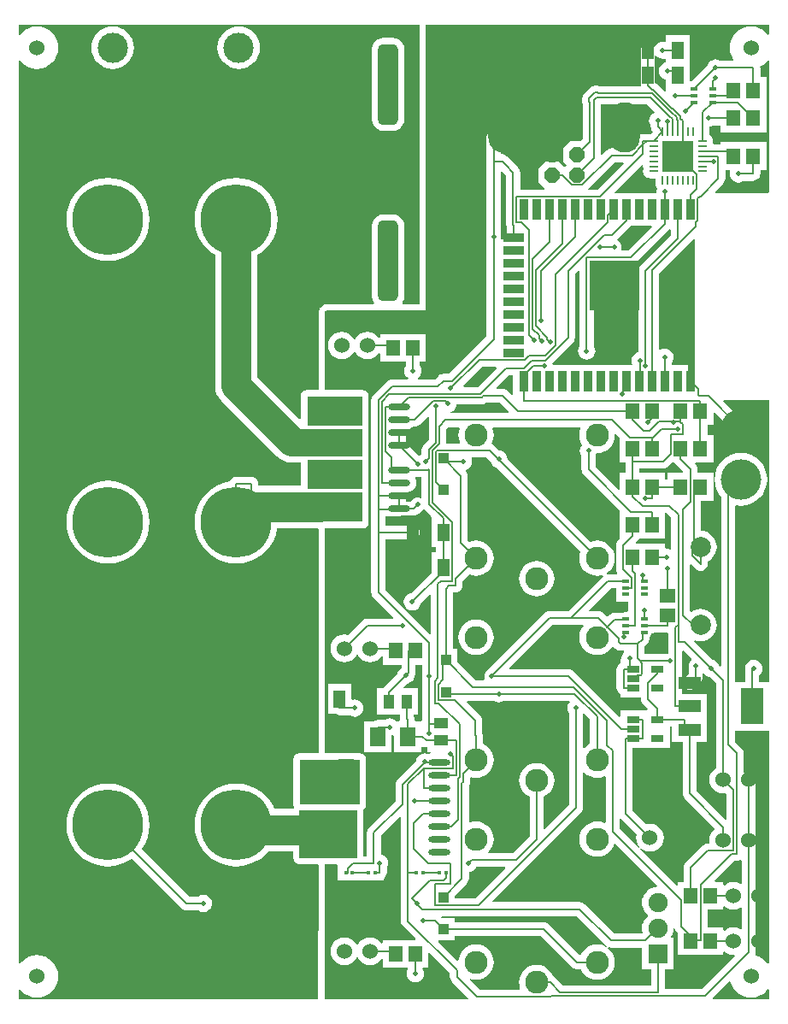
<source format=gtl>
G04 Layer_Physical_Order=1*
G04 Layer_Color=25308*
%FSLAX24Y24*%
%MOIN*%
G70*
G01*
G75*
%ADD10R,0.0532X0.0610*%
%ADD11R,0.0453X0.0709*%
%ADD12O,0.0866X0.0236*%
%ADD13R,0.0880X0.0480*%
%ADD14R,0.0870X0.1420*%
%ADD15R,0.0177X0.0138*%
%ADD16R,0.0610X0.0532*%
%ADD17R,0.0551X0.0433*%
%ADD18R,0.0512X0.0276*%
%ADD19R,0.0260X0.0118*%
%ADD20R,0.0394X0.0394*%
%ADD21R,0.1232X0.1232*%
%ADD22O,0.0335X0.0079*%
%ADD23O,0.0079X0.0335*%
%ADD24O,0.0846X0.0236*%
%ADD25R,0.0354X0.0787*%
%ADD26R,0.0787X0.0354*%
%ADD27R,0.1969X0.1969*%
%ADD28R,0.0433X0.0551*%
%ADD29R,0.0591X0.0748*%
%ADD30C,0.1181*%
%ADD31C,0.0067*%
%ADD32C,0.0063*%
%ADD33R,0.2165X0.1181*%
%ADD34R,0.2854X0.1083*%
%ADD35R,0.2362X0.1772*%
%ADD36R,0.2264X0.1870*%
%ADD37C,0.0600*%
%ADD38C,0.2756*%
%ADD39C,0.0787*%
%ADD40C,0.1000*%
%ADD41C,0.0750*%
%ADD42R,0.0750X0.0750*%
G04:AMPARAMS|DCode=43|XSize=315mil|YSize=78.7mil|CornerRadius=19.7mil|HoleSize=0mil|Usage=FLASHONLY|Rotation=270.000|XOffset=0mil|YOffset=0mil|HoleType=Round|Shape=RoundedRectangle|*
%AMROUNDEDRECTD43*
21,1,0.3150,0.0394,0,0,270.0*
21,1,0.2756,0.0787,0,0,270.0*
1,1,0.0394,-0.0197,-0.1378*
1,1,0.0394,-0.0197,0.1378*
1,1,0.0394,0.0197,0.1378*
1,1,0.0394,0.0197,-0.1378*
%
%ADD43ROUNDEDRECTD43*%
%ADD44C,0.0900*%
%ADD45C,0.1575*%
%ADD46O,0.1181X0.1969*%
%ADD47P,0.0639X8X202.5*%
%ADD48C,0.1181*%
%ADD49C,0.0236*%
%ADD50C,0.0500*%
%ADD51C,0.0197*%
G36*
X31604Y21749D02*
X31609Y21725D01*
X31558Y21659D01*
X31524Y21577D01*
X31512Y21490D01*
X31524Y21403D01*
X31558Y21321D01*
X31578Y21295D01*
Y17723D01*
X30633Y16778D01*
X30587Y16797D01*
Y18029D01*
X30698Y18088D01*
X30803Y18174D01*
X30888Y18279D01*
X30952Y18398D01*
X30991Y18527D01*
X31005Y18662D01*
X30991Y18796D01*
X30952Y18926D01*
X30888Y19045D01*
X30803Y19149D01*
X30698Y19235D01*
X30579Y19299D01*
X30449Y19338D01*
X30315Y19351D01*
X30180Y19338D01*
X30051Y19299D01*
X29932Y19235D01*
X29827Y19149D01*
X29742Y19045D01*
X29678Y18926D01*
X29639Y18796D01*
X29625Y18662D01*
X29639Y18527D01*
X29678Y18398D01*
X29742Y18279D01*
X29827Y18174D01*
X29932Y18088D01*
X30043Y18029D01*
Y16478D01*
X29397Y15832D01*
X28446D01*
X28429Y15879D01*
X28443Y15890D01*
X28528Y15995D01*
X28592Y16114D01*
X28631Y16243D01*
X28644Y16378D01*
X28631Y16512D01*
X28592Y16642D01*
X28528Y16761D01*
X28443Y16865D01*
X28338Y16951D01*
X28219Y17015D01*
X28089Y17054D01*
X27955Y17067D01*
X27820Y17054D01*
X27722Y17024D01*
X27672Y17059D01*
Y18457D01*
X27679Y18467D01*
X27707Y18533D01*
X27716Y18603D01*
Y18770D01*
X27756Y18800D01*
X27820Y18780D01*
X27955Y18767D01*
X28089Y18780D01*
X28219Y18820D01*
X28338Y18883D01*
X28443Y18969D01*
X28528Y19074D01*
X28592Y19193D01*
X28631Y19322D01*
X28644Y19457D01*
X28631Y19591D01*
X28592Y19721D01*
X28528Y19840D01*
X28443Y19944D01*
X28338Y20030D01*
X28227Y20089D01*
Y20405D01*
X28218Y20475D01*
X28202Y20513D01*
Y21000D01*
X28193Y21070D01*
X28166Y21136D01*
X28122Y21192D01*
X27586Y21729D01*
X27605Y21775D01*
X28643D01*
X28670Y21755D01*
X28751Y21721D01*
X28839Y21710D01*
X28926Y21721D01*
X29007Y21755D01*
X29034Y21775D01*
X31596D01*
X31604Y21749D01*
D02*
G37*
G36*
X36838Y22861D02*
X36890Y22793D01*
X36960Y22739D01*
X37041Y22705D01*
X37074Y22701D01*
X37319Y22457D01*
Y19168D01*
X37208Y19083D01*
X37122Y18971D01*
X37068Y18841D01*
X37050Y18701D01*
X37068Y18561D01*
X37122Y18430D01*
X37208Y18318D01*
X37320Y18232D01*
X37451Y18178D01*
X37591Y18160D01*
X37681Y18172D01*
X37719Y18139D01*
Y17171D01*
X37673Y17152D01*
X36552Y18273D01*
Y20169D01*
X36956D01*
Y21079D01*
Y22031D01*
X36002D01*
Y22306D01*
X36010Y22311D01*
X36052Y22319D01*
X36088Y22273D01*
X36144Y22230D01*
X36210Y22202D01*
X36280Y22193D01*
X36350Y22202D01*
X36416Y22230D01*
X36472Y22273D01*
X36708Y22509D01*
X36751Y22565D01*
X36778Y22630D01*
X36788Y22701D01*
Y22845D01*
X36833Y22861D01*
X36838Y22861D01*
D02*
G37*
G36*
X36366Y23410D02*
X36357Y23348D01*
X36323Y23322D01*
X36280Y23266D01*
X36253Y23200D01*
X36244Y23130D01*
Y22814D01*
X36088Y22657D01*
X36052Y22611D01*
X36010Y22620D01*
X36002Y22624D01*
Y23242D01*
X36002Y23244D01*
Y23409D01*
X36002Y23412D01*
Y23708D01*
X36048Y23727D01*
X36366Y23410D01*
D02*
G37*
G36*
X32403Y21052D02*
Y20089D01*
X32292Y20030D01*
X32187Y19944D01*
X32169Y19922D01*
X32122Y19939D01*
Y21263D01*
X32172Y21283D01*
X32403Y21052D01*
D02*
G37*
G36*
X25848Y22740D02*
Y21025D01*
X25827Y20984D01*
X25575D01*
X25567Y21030D01*
X25558Y21100D01*
X25531Y21166D01*
X25518Y21183D01*
Y21240D01*
X25699D01*
Y22264D01*
X25154D01*
X25135Y22310D01*
X25274Y22450D01*
X25307Y22454D01*
X25389Y22488D01*
X25459Y22541D01*
X25512Y22611D01*
X25546Y22693D01*
X25552Y22740D01*
X25556Y22744D01*
X25583Y22810D01*
X25592Y22880D01*
Y23179D01*
X25848D01*
Y22740D01*
D02*
G37*
G36*
X32141Y24683D02*
X32102Y24635D01*
X32038Y24516D01*
X31999Y24386D01*
X31985Y24252D01*
X31999Y24117D01*
X32038Y23988D01*
X32102Y23869D01*
X32187Y23764D01*
X32292Y23678D01*
X32411Y23615D01*
X32540Y23575D01*
X32675Y23562D01*
X32809Y23575D01*
X32939Y23615D01*
X33058Y23678D01*
X33163Y23764D01*
X33248Y23869D01*
X33253Y23877D01*
X33312Y23882D01*
X33325Y23865D01*
X33382Y23808D01*
X33439Y23764D01*
X33504Y23737D01*
X33575Y23728D01*
X33718D01*
X33728Y23697D01*
X33731Y23678D01*
X33678Y23609D01*
X33644Y23527D01*
X33632Y23440D01*
X33635Y23423D01*
X33602Y23386D01*
X33583D01*
Y23251D01*
X33574Y23247D01*
X33518Y23204D01*
X33474Y23148D01*
X33447Y23082D01*
X33438Y23012D01*
Y22264D01*
X33447Y22193D01*
X33474Y22128D01*
X33518Y22071D01*
X33574Y22028D01*
X33583Y22025D01*
Y21890D01*
X34388D01*
Y21830D01*
X34397Y21759D01*
X34424Y21694D01*
X34468Y21637D01*
X34641Y21464D01*
X34622Y21417D01*
X33583D01*
Y21157D01*
X33536Y21138D01*
X31742Y22932D01*
X31686Y22976D01*
X31620Y23003D01*
X31550Y23012D01*
X29269D01*
X29250Y23058D01*
X30920Y24728D01*
X32120D01*
X32141Y24683D01*
D02*
G37*
G36*
X28516Y31105D02*
X28546Y31032D01*
X28600Y30962D01*
X28670Y30908D01*
X28743Y30878D01*
X32035Y27586D01*
X31999Y27465D01*
X31985Y27331D01*
X31999Y27196D01*
X32038Y27067D01*
X32102Y26948D01*
X32187Y26843D01*
X32292Y26757D01*
X32411Y26694D01*
X32540Y26654D01*
X32675Y26641D01*
X32809Y26654D01*
X32885Y26677D01*
X32908Y26632D01*
X32905Y26629D01*
X31547Y25272D01*
X30807D01*
X30737Y25263D01*
X30710Y25251D01*
X30671Y25236D01*
X30615Y25192D01*
X28355Y22932D01*
X28312Y22876D01*
X28284Y22810D01*
X28275Y22740D01*
X28284Y22670D01*
X28300Y22632D01*
X28268Y22582D01*
X27931D01*
X27205Y23308D01*
Y23789D01*
X27044D01*
Y25987D01*
X27148D01*
X27218Y25996D01*
X27284Y26024D01*
X27340Y26067D01*
X27383Y26123D01*
X27410Y26189D01*
X27420Y26259D01*
Y26411D01*
X27700Y26691D01*
X27820Y26654D01*
X27955Y26641D01*
X28089Y26654D01*
X28219Y26694D01*
X28338Y26757D01*
X28443Y26843D01*
X28528Y26948D01*
X28592Y27067D01*
X28631Y27196D01*
X28644Y27331D01*
X28631Y27465D01*
X28592Y27595D01*
X28528Y27714D01*
X28443Y27818D01*
X28338Y27904D01*
X28219Y27968D01*
X28089Y28007D01*
X27955Y28020D01*
X27820Y28007D01*
X27700Y27970D01*
X27632Y28038D01*
Y30544D01*
X27632Y30544D01*
X27623Y30614D01*
X27596Y30680D01*
X27558Y30729D01*
X27557Y30733D01*
X27560Y30755D01*
X27572Y30786D01*
X27629Y30810D01*
X27699Y30864D01*
X27753Y30934D01*
X27787Y31015D01*
X27798Y31102D01*
X27787Y31190D01*
X27777Y31214D01*
X27804Y31256D01*
X28365D01*
X28516Y31105D01*
D02*
G37*
G36*
X35568Y28917D02*
Y27705D01*
X35518Y27671D01*
X35477Y27688D01*
X35390Y27700D01*
X35372Y27697D01*
X35335Y27730D01*
Y27904D01*
X34204D01*
X34184Y27950D01*
X34257Y28023D01*
X34257Y28023D01*
X34290Y28066D01*
X34301Y28079D01*
X34309Y28100D01*
X35335D01*
Y29098D01*
X35387D01*
X35568Y28917D01*
D02*
G37*
G36*
X32046Y32405D02*
X32038Y32390D01*
X31999Y32260D01*
X31985Y32126D01*
X31999Y31991D01*
X32038Y31862D01*
X32096Y31752D01*
X32048Y31689D01*
X32014Y31607D01*
X32002Y31520D01*
X32014Y31433D01*
X32048Y31351D01*
X32068Y31325D01*
Y30790D01*
X32077Y30720D01*
X32104Y30654D01*
X32148Y30598D01*
X33563Y29182D01*
Y28100D01*
X33563Y28100D01*
X33563D01*
X33531Y28066D01*
X33498Y28032D01*
X33454Y27976D01*
X33427Y27910D01*
X33418Y27840D01*
Y26910D01*
X33427Y26840D01*
X33454Y26774D01*
X33466Y26759D01*
X33441Y26709D01*
X33097D01*
X33066Y26705D01*
X33050Y26753D01*
X33058Y26757D01*
X33163Y26843D01*
X33248Y26948D01*
X33312Y27067D01*
X33351Y27196D01*
X33365Y27331D01*
X33351Y27465D01*
X33312Y27595D01*
X33248Y27714D01*
X33163Y27818D01*
X33058Y27904D01*
X32939Y27968D01*
X32809Y28007D01*
X32675Y28020D01*
X32540Y28007D01*
X32420Y27970D01*
X29174Y31216D01*
X29165Y31288D01*
X29131Y31370D01*
X29077Y31439D01*
X29007Y31493D01*
X28926Y31527D01*
X28854Y31536D01*
X28670Y31720D01*
X28614Y31763D01*
X28587Y31774D01*
X28570Y31821D01*
X28592Y31862D01*
X28631Y31991D01*
X28644Y32126D01*
X28631Y32260D01*
X28592Y32390D01*
X28584Y32405D01*
X28609Y32448D01*
X32020D01*
X32046Y32405D01*
D02*
G37*
G36*
X35458Y24411D02*
Y23599D01*
X34532D01*
Y23887D01*
X34632Y23988D01*
X34676Y24044D01*
X34703Y24110D01*
X34712Y24180D01*
Y24262D01*
X34751Y24313D01*
X34778Y24378D01*
X34783Y24409D01*
X34882D01*
Y24433D01*
X35433D01*
X35458Y24411D01*
D02*
G37*
G36*
X25942Y29234D02*
X26194Y28982D01*
X26211Y28937D01*
X26211D01*
X26211Y28937D01*
Y27756D01*
X26401D01*
Y27559D01*
X26211D01*
Y26762D01*
X25416Y25967D01*
X25383Y25963D01*
X25301Y25929D01*
X25231Y25875D01*
X25178Y25806D01*
X25144Y25724D01*
X25132Y25637D01*
X25144Y25549D01*
X25178Y25468D01*
X25231Y25398D01*
X25301Y25344D01*
X25383Y25311D01*
X25470Y25299D01*
X25557Y25311D01*
X25639Y25344D01*
X25709Y25398D01*
X25762Y25468D01*
X25796Y25549D01*
X25800Y25582D01*
X26152Y25934D01*
X26198Y25915D01*
Y24392D01*
X26152Y24373D01*
X24412Y26113D01*
Y28074D01*
X25492D01*
X25563Y28084D01*
X25628Y28111D01*
X25684Y28154D01*
X25728Y28210D01*
X25755Y28276D01*
X25764Y28346D01*
X25755Y28417D01*
X25728Y28482D01*
X25684Y28539D01*
X25628Y28582D01*
X25563Y28609D01*
X25492Y28618D01*
X24412D01*
Y28960D01*
X24923D01*
X24994Y28970D01*
X25059Y28997D01*
X25060Y28998D01*
X25530D01*
X25600Y29007D01*
X25666Y29034D01*
X25722Y29077D01*
X25875Y29231D01*
X25883Y29237D01*
X25942Y29234D01*
D02*
G37*
G36*
X33425Y25886D02*
Y25630D01*
X33884D01*
Y25264D01*
X33834Y25227D01*
X33791Y25233D01*
X33721Y25223D01*
X33704Y25216D01*
X33366D01*
X33296Y25207D01*
X33230Y25180D01*
X33174Y25137D01*
X33096Y25059D01*
X33046D01*
X32912Y25192D01*
X32856Y25236D01*
X32790Y25263D01*
X32720Y25272D01*
X32382D01*
X32363Y25318D01*
X33210Y26165D01*
X33425D01*
Y25886D01*
D02*
G37*
G36*
X39387Y11545D02*
X39337Y11527D01*
X39269Y11611D01*
X39143Y11714D01*
X38999Y11791D01*
X38878Y11828D01*
X38847Y11885D01*
X38853Y11900D01*
X38863Y11970D01*
Y16339D01*
Y18701D01*
X38853Y18771D01*
X38826Y18837D01*
X38783Y18893D01*
X38727Y18936D01*
X38661Y18964D01*
X38591Y18973D01*
X38520Y18964D01*
X38455Y18936D01*
X38447Y18930D01*
X38397Y18955D01*
Y19725D01*
X38388Y19796D01*
X38360Y19861D01*
X38317Y19918D01*
X38052Y20183D01*
Y20562D01*
X38059Y20609D01*
X39387D01*
Y11545D01*
D02*
G37*
G36*
X33038Y12228D02*
X33055Y12214D01*
X33028Y12172D01*
X32939Y12220D01*
X32809Y12259D01*
X32675Y12272D01*
X32540Y12259D01*
X32411Y12220D01*
X32292Y12156D01*
X32187Y12070D01*
X32102Y11966D01*
X32042Y11855D01*
X31985D01*
X30784Y13057D01*
X30727Y13100D01*
X30662Y13127D01*
X30591Y13136D01*
X27106D01*
Y13297D01*
X26625D01*
X26590Y13332D01*
X26609Y13378D01*
X31887D01*
X33038Y12228D01*
D02*
G37*
G36*
X37722Y13705D02*
X37852Y13651D01*
X37992Y13632D01*
X38132Y13651D01*
X38263Y13705D01*
X38274Y13713D01*
X38319Y13691D01*
Y12884D01*
X38274Y12861D01*
X38263Y12870D01*
X38132Y12924D01*
X37992Y12942D01*
X37852Y12924D01*
X37722Y12870D01*
X37648Y12814D01*
X37598Y12838D01*
Y12943D01*
X36992D01*
Y13632D01*
X37598D01*
Y13736D01*
X37648Y13761D01*
X37722Y13705D01*
D02*
G37*
G36*
X37881Y10815D02*
X37914Y10706D01*
X37990Y10562D01*
X38094Y10436D01*
X38220Y10333D01*
X38363Y10256D01*
X38519Y10209D01*
X38681Y10193D01*
X38843Y10209D01*
X38999Y10256D01*
X39143Y10333D01*
X39269Y10436D01*
X39337Y10520D01*
X39387Y10502D01*
Y10120D01*
X37191D01*
X37172Y10167D01*
X37832Y10827D01*
X37881Y10815D01*
D02*
G37*
G36*
X35724Y12844D02*
X35768Y12788D01*
X35827Y12729D01*
Y11860D01*
X37598D01*
Y11965D01*
X37648Y11989D01*
X37722Y11933D01*
X37852Y11879D01*
X37992Y11861D01*
X38035Y11866D01*
X38057Y11822D01*
X36768Y10532D01*
X35332D01*
Y11298D01*
X35651D01*
Y12521D01*
X35569D01*
X35559Y12543D01*
X35551Y12571D01*
X35607Y12674D01*
X35642Y12790D01*
X35652Y12889D01*
X35703Y12897D01*
X35724Y12844D01*
D02*
G37*
G36*
X31680Y11390D02*
X31737Y11347D01*
X31775Y11331D01*
X31802Y11320D01*
X31873Y11311D01*
X32042D01*
X32102Y11200D01*
X32187Y11095D01*
X32292Y11009D01*
X32411Y10946D01*
X32540Y10906D01*
X32675Y10893D01*
X32809Y10906D01*
X32939Y10946D01*
X33058Y11009D01*
X33163Y11095D01*
X33248Y11200D01*
X33312Y11319D01*
X33351Y11448D01*
X33365Y11583D01*
X33351Y11717D01*
X33312Y11847D01*
X33248Y11966D01*
X33163Y12070D01*
X33085Y12134D01*
X33111Y12178D01*
X33132Y12169D01*
X33160Y12157D01*
X33230Y12148D01*
X34428D01*
Y11298D01*
X34788D01*
Y10672D01*
X31349D01*
X31041Y10980D01*
X30984Y11023D01*
X30957Y11035D01*
X30952Y11052D01*
X30888Y11171D01*
X30803Y11275D01*
X30698Y11361D01*
X30579Y11425D01*
X30449Y11464D01*
X30315Y11477D01*
X30180Y11464D01*
X30051Y11425D01*
X29932Y11361D01*
X29827Y11275D01*
X29742Y11171D01*
X29678Y11052D01*
X29639Y10922D01*
X29625Y10788D01*
X29639Y10653D01*
X29669Y10552D01*
X29636Y10502D01*
X28093D01*
X27706Y10889D01*
X27732Y10933D01*
X27820Y10906D01*
X27955Y10893D01*
X28089Y10906D01*
X28219Y10946D01*
X28338Y11009D01*
X28443Y11095D01*
X28528Y11200D01*
X28592Y11319D01*
X28631Y11448D01*
X28644Y11583D01*
X28631Y11717D01*
X28592Y11847D01*
X28528Y11966D01*
X28443Y12070D01*
X28338Y12156D01*
X28219Y12220D01*
X28089Y12259D01*
X27955Y12272D01*
X27820Y12259D01*
X27691Y12220D01*
X27572Y12156D01*
X27467Y12070D01*
X27382Y11966D01*
X27318Y11847D01*
X27279Y11717D01*
X27273Y11660D01*
X27226Y11643D01*
X26484Y12385D01*
X26503Y12431D01*
X27106D01*
Y12592D01*
X30479D01*
X31680Y11390D01*
D02*
G37*
G36*
X35604Y20169D02*
X36008D01*
Y18160D01*
X36017Y18090D01*
X36044Y18024D01*
X36088Y17968D01*
X37253Y16803D01*
X37249Y16753D01*
X37208Y16721D01*
X37122Y16609D01*
X37068Y16479D01*
X37050Y16339D01*
X37062Y16248D01*
X37029Y16210D01*
X37000D01*
X36930Y16201D01*
X36864Y16174D01*
X36808Y16131D01*
X36136Y15459D01*
X36093Y15403D01*
X36066Y15337D01*
X36057Y15267D01*
Y14715D01*
X35827D01*
Y14583D01*
X35781Y14564D01*
X34351Y15994D01*
X34384Y16031D01*
X34466Y15969D01*
X34596Y15915D01*
X34736Y15896D01*
X34876Y15915D01*
X35007Y15969D01*
X35119Y16055D01*
X35205Y16167D01*
X35259Y16297D01*
X35277Y16437D01*
X35259Y16577D01*
X35205Y16707D01*
X35119Y16819D01*
X35007Y16905D01*
X34876Y16959D01*
X34736Y16978D01*
X34598Y16960D01*
X34065Y17493D01*
Y19921D01*
X35512D01*
Y20669D01*
Y20771D01*
X35604D01*
Y20169D01*
D02*
G37*
G36*
X34214Y16575D02*
X34195Y16437D01*
X34214Y16297D01*
X34268Y16167D01*
X34331Y16085D01*
X34293Y16052D01*
X33552Y16793D01*
Y17169D01*
X33597Y17186D01*
X33602Y17187D01*
X34214Y16575D01*
D02*
G37*
G36*
X32187Y18969D02*
X32292Y18883D01*
X32411Y18820D01*
X32540Y18780D01*
X32675Y18767D01*
X32809Y18780D01*
X32939Y18820D01*
X32965Y18834D01*
X33008Y18808D01*
Y17026D01*
X32965Y17001D01*
X32939Y17015D01*
X32809Y17054D01*
X32675Y17067D01*
X32540Y17054D01*
X32411Y17015D01*
X32292Y16951D01*
X32187Y16865D01*
X32102Y16761D01*
X32038Y16642D01*
X31999Y16512D01*
X31985Y16378D01*
X31999Y16243D01*
X32038Y16114D01*
X32102Y15995D01*
X32187Y15890D01*
X32292Y15804D01*
X32411Y15741D01*
X32540Y15701D01*
X32675Y15688D01*
X32809Y15701D01*
X32939Y15741D01*
X33058Y15804D01*
X33163Y15890D01*
X33248Y15995D01*
X33312Y16114D01*
X33333Y16182D01*
X33381Y16194D01*
X35005Y14570D01*
X34986Y14518D01*
X34920Y14512D01*
X34804Y14477D01*
X34698Y14420D01*
X34605Y14344D01*
X34529Y14251D01*
X34472Y14144D01*
X34437Y14029D01*
X34425Y13909D01*
X34437Y13790D01*
X34472Y13674D01*
X34529Y13568D01*
X34605Y13475D01*
X34655Y13434D01*
Y13384D01*
X34605Y13344D01*
X34529Y13251D01*
X34472Y13144D01*
X34437Y13029D01*
X34425Y12909D01*
X34437Y12790D01*
X34453Y12735D01*
X34418Y12692D01*
X33343D01*
X32192Y13842D01*
X32136Y13886D01*
X32070Y13913D01*
X32000Y13922D01*
X28612D01*
X28593Y13968D01*
X32042Y17418D01*
X32086Y17474D01*
X32113Y17540D01*
X32122Y17610D01*
Y18975D01*
X32169Y18991D01*
X32187Y18969D01*
D02*
G37*
G36*
X29097Y15242D02*
X27927Y14072D01*
X27106D01*
Y14153D01*
X27592Y14639D01*
X27636Y14695D01*
X27663Y14761D01*
X27672Y14831D01*
Y15104D01*
X27747Y15114D01*
X27829Y15148D01*
X27899Y15201D01*
X27952Y15271D01*
X27959Y15288D01*
X29078D01*
X29097Y15242D01*
D02*
G37*
G36*
X38319Y15550D02*
Y14655D01*
X38274Y14633D01*
X38263Y14642D01*
X38132Y14696D01*
X37992Y14714D01*
X37852Y14696D01*
X37722Y14642D01*
X37648Y14585D01*
X37598Y14610D01*
Y14715D01*
X37275D01*
X37255Y14761D01*
X38027Y15532D01*
X38125D01*
X38195Y15542D01*
X38261Y15569D01*
X38269Y15575D01*
X38319Y15550D01*
D02*
G37*
G36*
X25028Y17238D02*
Y13184D01*
X25037Y13114D01*
X25064Y13048D01*
X25108Y12992D01*
X25603Y12497D01*
X25583Y12451D01*
X24311D01*
Y12329D01*
X24261Y12313D01*
X24201Y12390D01*
X24089Y12476D01*
X23959Y12530D01*
X23819Y12549D01*
X23679Y12530D01*
X23548Y12476D01*
X23436Y12390D01*
X23351Y12278D01*
X23344Y12262D01*
X23294D01*
X23287Y12278D01*
X23201Y12390D01*
X23089Y12476D01*
X22959Y12530D01*
X22819Y12549D01*
X22679Y12530D01*
X22548Y12476D01*
X22436Y12390D01*
X22351Y12278D01*
X22296Y12148D01*
X22278Y12008D01*
X22296Y11868D01*
X22351Y11737D01*
X22436Y11625D01*
X22548Y11539D01*
X22679Y11485D01*
X22819Y11467D01*
X22959Y11485D01*
X23089Y11539D01*
X23201Y11625D01*
X23287Y11737D01*
X23294Y11753D01*
X23344D01*
X23351Y11737D01*
X23436Y11625D01*
X23548Y11539D01*
X23679Y11485D01*
X23819Y11467D01*
X23959Y11485D01*
X24089Y11539D01*
X24201Y11625D01*
X24261Y11703D01*
X24311Y11686D01*
Y11368D01*
X25287D01*
X25302Y11318D01*
X25288Y11301D01*
X25255Y11219D01*
X25243Y11132D01*
X25255Y11045D01*
X25288Y10963D01*
X25342Y10893D01*
X25412Y10840D01*
X25493Y10806D01*
X25581Y10794D01*
X25668Y10806D01*
X25749Y10840D01*
X25819Y10893D01*
X25873Y10963D01*
X25907Y11045D01*
X25918Y11132D01*
X25907Y11219D01*
X25873Y11301D01*
X25860Y11318D01*
X25874Y11368D01*
X26083D01*
Y11952D01*
X26129Y11971D01*
X26938Y11162D01*
Y11000D01*
X26947Y10930D01*
X26974Y10864D01*
X27018Y10808D01*
X27659Y10167D01*
X27640Y10120D01*
X22081D01*
X22045Y10156D01*
X22046Y15409D01*
X22536D01*
X22549Y15364D01*
X22549D01*
Y14754D01*
X24341D01*
Y14827D01*
X24392Y14867D01*
X24436Y14923D01*
X24463Y14989D01*
X24472Y15059D01*
Y15245D01*
X24492Y15271D01*
X24526Y15353D01*
X24538Y15440D01*
X24526Y15527D01*
X24492Y15609D01*
X24439Y15679D01*
X24369Y15732D01*
X24287Y15766D01*
X24242Y15772D01*
Y16517D01*
X24982Y17257D01*
X25028Y17238D01*
D02*
G37*
G36*
X25836Y29714D02*
X25786Y29681D01*
X25759Y29692D01*
X25689Y29701D01*
X25619Y29692D01*
X25553Y29665D01*
X25497Y29621D01*
X25417Y29542D01*
X25233D01*
Y29770D01*
X25223Y29840D01*
X25214Y29862D01*
X25248Y29912D01*
X25276D01*
X25368Y29924D01*
X25454Y29960D01*
X25528Y30017D01*
X25585Y30091D01*
X25621Y30177D01*
X25633Y30270D01*
X25621Y30362D01*
X25585Y30448D01*
X25582Y30453D01*
X25604Y30498D01*
X25836D01*
Y29714D01*
D02*
G37*
G36*
X34998Y46907D02*
X35067Y46853D01*
X35149Y46820D01*
X35236Y46808D01*
X35314Y46818D01*
X35364Y46793D01*
X35364Y46793D01*
Y46673D01*
X35330Y46668D01*
X35248Y46635D01*
X35179Y46581D01*
X35125Y46511D01*
X35091Y46430D01*
X35080Y46342D01*
X35091Y46255D01*
X35125Y46174D01*
X35179Y46104D01*
X35248Y46050D01*
X35330Y46016D01*
X35364Y46012D01*
Y45571D01*
X35364D01*
X35385Y45532D01*
X35336Y45523D01*
X35061Y45799D01*
X35061Y45799D01*
X35005Y45842D01*
X35005Y45842D01*
X35005Y45842D01*
X34989Y45848D01*
X34939Y45869D01*
X34939D01*
X34939Y45869D01*
X34927Y45871D01*
X34918Y45880D01*
Y46161D01*
Y46650D01*
X34918Y46650D01*
Y46929D01*
X34968Y46946D01*
X34998Y46907D01*
D02*
G37*
G36*
X34820Y40261D02*
X33892Y39332D01*
X33645D01*
X33618Y39374D01*
X33627Y39396D01*
X33636Y39467D01*
X33627Y39537D01*
X33600Y39603D01*
X33557Y39659D01*
X33500Y39702D01*
X33480Y39710D01*
X33468Y39769D01*
X34006Y40307D01*
X34801D01*
X34820Y40261D01*
D02*
G37*
G36*
X35542Y40143D02*
Y39903D01*
X34368Y38728D01*
X34324Y38672D01*
X34297Y38606D01*
X34288Y38536D01*
Y35369D01*
X34263Y35365D01*
X34182Y35332D01*
X34112Y35278D01*
X34058Y35208D01*
X34024Y35127D01*
X34013Y35039D01*
X34024Y34952D01*
X34039Y34916D01*
X34012Y34874D01*
X30944D01*
X30936Y34930D01*
X30930Y34945D01*
X31732Y35748D01*
X31776Y35804D01*
X31803Y35870D01*
X31812Y35940D01*
Y38416D01*
X31952Y38555D01*
X31998Y38536D01*
Y35614D01*
X31978Y35588D01*
X31944Y35506D01*
X31932Y35419D01*
X31944Y35331D01*
X31978Y35250D01*
X32031Y35180D01*
X32101Y35127D01*
X32183Y35093D01*
X32270Y35081D01*
X32357Y35093D01*
X32439Y35127D01*
X32509Y35180D01*
X32562Y35250D01*
X32596Y35331D01*
X32608Y35419D01*
X32596Y35506D01*
X32562Y35588D01*
X32542Y35614D01*
Y38788D01*
X34004D01*
X34075Y38797D01*
X34140Y38824D01*
X34197Y38868D01*
X35492Y40163D01*
X35542Y40143D01*
D02*
G37*
G36*
X36472Y39765D02*
Y34523D01*
X36422Y34491D01*
X36385Y34507D01*
X36314Y34516D01*
X36278Y34511D01*
X36228Y34551D01*
Y34874D01*
X35586D01*
Y34985D01*
X35606Y35011D01*
X35640Y35093D01*
X35652Y35180D01*
X35640Y35267D01*
X35606Y35349D01*
X35553Y35419D01*
X35483Y35472D01*
X35402Y35506D01*
X35314Y35518D01*
X35227Y35506D01*
X35145Y35472D01*
X35129Y35460D01*
X35084Y35482D01*
Y38442D01*
X36426Y39784D01*
X36472Y39765D01*
D02*
G37*
G36*
X25743Y37284D02*
X25708Y37249D01*
X25096Y37249D01*
X25074Y37294D01*
X25103Y37332D01*
X25146Y37437D01*
X25161Y37550D01*
Y40306D01*
X25146Y40419D01*
X25103Y40525D01*
X25033Y40615D01*
X24943Y40685D01*
X24837Y40728D01*
X24724Y40743D01*
X24331D01*
X24218Y40728D01*
X24112Y40685D01*
X24022Y40615D01*
X23952Y40525D01*
X23909Y40419D01*
X23894Y40306D01*
Y37550D01*
X23909Y37437D01*
X23952Y37332D01*
X23981Y37295D01*
X23959Y37250D01*
X22146Y37251D01*
X22122Y37246D01*
X22099D01*
X22060Y37239D01*
X21973Y37203D01*
X21973Y37203D01*
X21941Y37181D01*
X21874Y37114D01*
X21874Y37114D01*
X21857Y37089D01*
X21841Y37049D01*
X21823Y37009D01*
X21812Y36964D01*
X21812Y36936D01*
X21806Y36909D01*
X21806Y33938D01*
X21774Y33902D01*
X21358D01*
X21266Y33884D01*
X21188Y33832D01*
X21136Y33754D01*
X21117Y33661D01*
Y32780D01*
X21071Y32761D01*
X19433Y34399D01*
Y39167D01*
X19554Y39241D01*
X19747Y39406D01*
X19912Y39599D01*
X20045Y39816D01*
X20142Y40051D01*
X20202Y40298D01*
X20222Y40551D01*
X20202Y40804D01*
X20142Y41052D01*
X20045Y41286D01*
X19912Y41503D01*
X19747Y41696D01*
X19554Y41861D01*
X19337Y41994D01*
X19103Y42091D01*
X18856Y42150D01*
X18602Y42170D01*
X18349Y42150D01*
X18102Y42091D01*
X17867Y41994D01*
X17651Y41861D01*
X17457Y41696D01*
X17292Y41503D01*
X17160Y41286D01*
X17062Y41052D01*
X17003Y40804D01*
X16983Y40551D01*
X17003Y40298D01*
X17062Y40051D01*
X17160Y39816D01*
X17292Y39599D01*
X17457Y39406D01*
X17651Y39241D01*
X17772Y39167D01*
Y34055D01*
X17788Y33893D01*
X17835Y33737D01*
X17912Y33594D01*
X18015Y33468D01*
X20180Y31302D01*
X20306Y31199D01*
X20450Y31122D01*
X20558Y31089D01*
X20577Y31077D01*
X20669Y31058D01*
X21117D01*
Y30161D01*
X19465D01*
Y30240D01*
X19456Y30310D01*
X19428Y30376D01*
X19385Y30432D01*
X19329Y30476D01*
X19263Y30503D01*
X19193Y30512D01*
X18602D01*
X18532Y30503D01*
X18466Y30476D01*
X18410Y30432D01*
X18367Y30376D01*
X18352Y30340D01*
X18349Y30339D01*
X18102Y30280D01*
X17867Y30183D01*
X17651Y30050D01*
X17457Y29885D01*
X17292Y29692D01*
X17160Y29475D01*
X17062Y29241D01*
X17003Y28993D01*
X16983Y28740D01*
X17003Y28487D01*
X17062Y28240D01*
X17160Y28005D01*
X17292Y27788D01*
X17457Y27595D01*
X17651Y27430D01*
X17867Y27297D01*
X18102Y27200D01*
X18349Y27141D01*
X18602Y27121D01*
X18856Y27141D01*
X19103Y27200D01*
X19337Y27297D01*
X19554Y27430D01*
X19747Y27595D01*
X19912Y27788D01*
X20045Y28005D01*
X20142Y28240D01*
X20202Y28487D01*
X20203Y28500D01*
X21355D01*
X21358Y28499D01*
X21770D01*
X21806Y28464D01*
X21805Y19764D01*
X21773Y19729D01*
X21063D01*
X20971Y19711D01*
X20893Y19658D01*
X20840Y19580D01*
X20822Y19488D01*
Y17717D01*
X20840Y17624D01*
X20845Y17618D01*
X20840Y17612D01*
X20831Y17563D01*
X20087D01*
X20045Y17664D01*
X19912Y17881D01*
X19747Y18074D01*
X19554Y18239D01*
X19337Y18372D01*
X19103Y18469D01*
X18856Y18528D01*
X18602Y18548D01*
X18349Y18528D01*
X18102Y18469D01*
X17867Y18372D01*
X17651Y18239D01*
X17457Y18074D01*
X17292Y17881D01*
X17160Y17664D01*
X17062Y17429D01*
X17003Y17182D01*
X16983Y16929D01*
X17003Y16676D01*
X17062Y16429D01*
X17160Y16194D01*
X17292Y15977D01*
X17457Y15784D01*
X17651Y15619D01*
X17867Y15486D01*
X18102Y15389D01*
X18349Y15330D01*
X18602Y15310D01*
X18856Y15330D01*
X19103Y15389D01*
X19337Y15486D01*
X19554Y15619D01*
X19747Y15784D01*
X19847Y15902D01*
X20822D01*
Y15650D01*
X20840Y15557D01*
X20893Y15479D01*
X20971Y15427D01*
X21063Y15409D01*
X21769D01*
X21805Y15373D01*
X21804Y10156D01*
X21772Y10120D01*
X10120D01*
Y10502D01*
X10170Y10520D01*
X10239Y10436D01*
X10365Y10333D01*
X10509Y10256D01*
X10665Y10209D01*
X10827Y10193D01*
X10989Y10209D01*
X11145Y10256D01*
X11288Y10333D01*
X11414Y10436D01*
X11518Y10562D01*
X11594Y10706D01*
X11642Y10862D01*
X11658Y11024D01*
X11642Y11186D01*
X11594Y11342D01*
X11518Y11485D01*
X11414Y11611D01*
X11288Y11714D01*
X11145Y11791D01*
X10989Y11838D01*
X10827Y11854D01*
X10665Y11838D01*
X10509Y11791D01*
X10365Y11714D01*
X10239Y11611D01*
X10170Y11527D01*
X10120Y11545D01*
Y46723D01*
X10170Y46741D01*
X10239Y46657D01*
X10365Y46553D01*
X10509Y46477D01*
X10665Y46429D01*
X10827Y46413D01*
X10989Y46429D01*
X11145Y46477D01*
X11288Y46553D01*
X11414Y46657D01*
X11518Y46783D01*
X11594Y46926D01*
X11642Y47082D01*
X11658Y47244D01*
X11642Y47406D01*
X11594Y47562D01*
X11518Y47706D01*
X11414Y47832D01*
X11288Y47935D01*
X11145Y48012D01*
X10989Y48059D01*
X10827Y48075D01*
X10665Y48059D01*
X10509Y48012D01*
X10365Y47935D01*
X10239Y47832D01*
X10170Y47748D01*
X10120Y47766D01*
Y48147D01*
X25743D01*
Y37284D01*
D02*
G37*
G36*
X29131Y42272D02*
Y40333D01*
X29140Y40262D01*
X29148Y40242D01*
Y39841D01*
X29153Y39804D01*
X29114Y39754D01*
X28914D01*
Y42030D01*
Y42418D01*
X28964Y42439D01*
X29131Y42272D01*
D02*
G37*
G36*
X34918Y44747D02*
X34908Y44698D01*
X34871Y44682D01*
X34801Y44628D01*
X34747Y44559D01*
X34713Y44477D01*
X34702Y44390D01*
X34713Y44302D01*
X34747Y44221D01*
X34767Y44195D01*
Y44163D01*
X34772Y44131D01*
X34777Y44093D01*
X34777Y44093D01*
X34777Y44093D01*
X34791Y44058D01*
X34804Y44027D01*
X34804Y44027D01*
X34804Y44027D01*
X34828Y43996D01*
X34847Y43971D01*
X34852Y43967D01*
X34765Y43880D01*
X34744D01*
X34699Y43874D01*
X34460D01*
X34390Y43865D01*
X34324Y43838D01*
X34268Y43795D01*
X34224Y43738D01*
X34197Y43673D01*
X34188Y43602D01*
Y43570D01*
X33941Y43323D01*
X33244D01*
X33174Y43314D01*
X33136Y43298D01*
X33108Y43287D01*
X33052Y43244D01*
X32867Y43059D01*
X32821Y43078D01*
Y45034D01*
X34631D01*
X34918Y44747D01*
D02*
G37*
G36*
X39387Y46723D02*
Y41601D01*
X39337Y41566D01*
X39272Y41579D01*
X37302D01*
X37283Y41626D01*
X37593Y41935D01*
X37635Y41991D01*
X37662Y42056D01*
X37672Y42126D01*
Y42470D01*
X37843D01*
X37871Y42429D01*
X37863Y42410D01*
X37851Y42323D01*
X37863Y42235D01*
X37897Y42154D01*
X37950Y42084D01*
X38020Y42031D01*
X38102Y41997D01*
X38189Y41985D01*
X38276Y41997D01*
X38358Y42031D01*
X38384Y42051D01*
X38760D01*
X38830Y42060D01*
X38896Y42087D01*
X38952Y42130D01*
X38962Y42140D01*
X39005Y42197D01*
X39016Y42224D01*
X39032Y42262D01*
X39042Y42333D01*
Y42470D01*
X39272D01*
Y43553D01*
X37500D01*
Y43481D01*
X37209D01*
X37178Y43530D01*
X37187Y43602D01*
X37178Y43674D01*
X37150Y43741D01*
X37106Y43799D01*
X37054Y43839D01*
Y44157D01*
X37095Y44162D01*
X37177Y44196D01*
X37203Y44216D01*
X37500D01*
Y43947D01*
X39272D01*
Y45030D01*
X39272D01*
X39272Y45030D01*
Y46112D01*
X39042D01*
Y46457D01*
X39036Y46497D01*
X39143Y46553D01*
X39269Y46657D01*
X39337Y46741D01*
X39387Y46723D01*
D02*
G37*
G36*
X35361Y43570D02*
X35433Y43561D01*
X35505Y43570D01*
X35531Y43581D01*
X35558Y43570D01*
X35630Y43561D01*
X35702Y43570D01*
X35752Y43539D01*
Y43209D01*
X35761Y43138D01*
X35788Y43073D01*
X35831Y43016D01*
X35888Y42973D01*
X35932Y42955D01*
X36059Y42828D01*
X36068Y42771D01*
X36024Y42715D01*
X35997Y42649D01*
X35988Y42579D01*
X35997Y42508D01*
X36001Y42500D01*
X35976Y42457D01*
X35952Y42454D01*
X35925Y42443D01*
X35899Y42454D01*
X35827Y42463D01*
X35755Y42454D01*
X35728Y42443D01*
X35702Y42454D01*
X35630Y42463D01*
X35558Y42454D01*
X35531Y42443D01*
X35505Y42454D01*
X35433Y42463D01*
X35361Y42454D01*
X35335Y42443D01*
X35308Y42454D01*
X35273Y42458D01*
X35269Y42493D01*
X35258Y42520D01*
X35269Y42546D01*
X35278Y42618D01*
X35269Y42690D01*
X35258Y42717D01*
X35269Y42743D01*
X35278Y42815D01*
X35269Y42887D01*
X35258Y42913D01*
X35269Y42940D01*
X35278Y43012D01*
X35269Y43084D01*
X35258Y43110D01*
X35269Y43137D01*
X35278Y43209D01*
X35269Y43281D01*
X35258Y43307D01*
X35269Y43334D01*
X35278Y43406D01*
X35269Y43477D01*
X35258Y43504D01*
X35269Y43530D01*
X35273Y43565D01*
X35308Y43570D01*
X35335Y43581D01*
X35361Y43570D01*
D02*
G37*
G36*
X34471Y42656D02*
X34466Y42618D01*
X34476Y42546D01*
X34487Y42520D01*
X34476Y42493D01*
X34466Y42421D01*
X34476Y42349D01*
X34503Y42282D01*
X34548Y42225D01*
X34605Y42181D01*
X34672Y42153D01*
X34744Y42143D01*
X34958D01*
Y41929D01*
X34968Y41857D01*
X34995Y41790D01*
X35023Y41755D01*
X35009Y41721D01*
X34997Y41634D01*
X35001Y41605D01*
X34968Y41567D01*
X33377D01*
X33358Y41613D01*
X34424Y42679D01*
X34471Y42656D01*
D02*
G37*
G36*
X33708Y42733D02*
X32678Y41703D01*
X32346D01*
X32327Y41749D01*
X33357Y42779D01*
X33689D01*
X33708Y42733D01*
D02*
G37*
G36*
X33563Y32042D02*
Y31053D01*
X33793D01*
Y30659D01*
X33563D01*
Y30017D01*
X33517Y29998D01*
X32612Y30903D01*
Y31325D01*
X32632Y31351D01*
X32666Y31433D01*
X32667Y31437D01*
X32675Y31436D01*
X32809Y31449D01*
X32939Y31489D01*
X33058Y31552D01*
X33163Y31638D01*
X33248Y31743D01*
X33312Y31862D01*
X33351Y31991D01*
X33365Y32126D01*
X33359Y32180D01*
X33404Y32201D01*
X33563Y32042D01*
D02*
G37*
G36*
X27326Y32405D02*
X27318Y32390D01*
X27279Y32260D01*
X27265Y32126D01*
X27279Y31991D01*
X27318Y31862D01*
X27328Y31842D01*
X27303Y31800D01*
X26784D01*
Y32369D01*
X26863Y32448D01*
X27301D01*
X27326Y32405D01*
D02*
G37*
G36*
X39387Y47766D02*
X39337Y47748D01*
X39269Y47832D01*
X39143Y47935D01*
X38999Y48012D01*
X38843Y48059D01*
X38681Y48075D01*
X38519Y48059D01*
X38363Y48012D01*
X38220Y47935D01*
X38094Y47832D01*
X37990Y47706D01*
X37914Y47562D01*
X37866Y47406D01*
X37850Y47244D01*
X37866Y47082D01*
X37914Y46926D01*
X37990Y46783D01*
X37997Y46774D01*
X37976Y46729D01*
X37498D01*
X37472Y46749D01*
X37391Y46783D01*
X37303Y46794D01*
X37216Y46783D01*
X37134Y46749D01*
X37064Y46695D01*
X37011Y46625D01*
X36977Y46544D01*
X36977Y46543D01*
X36359Y45925D01*
X36289D01*
Y46752D01*
X36289D01*
Y47736D01*
X35364D01*
Y47499D01*
X35364Y47498D01*
X35314Y47473D01*
X35236Y47483D01*
X35149Y47472D01*
X35067Y47438D01*
X34998Y47384D01*
X34944Y47314D01*
X34933Y47288D01*
X34898Y47284D01*
X34878Y47286D01*
X34838Y47338D01*
X34782Y47381D01*
X34716Y47408D01*
X34646Y47418D01*
X34575Y47408D01*
X34510Y47381D01*
X34453Y47338D01*
X34410Y47282D01*
X34383Y47216D01*
X34374Y47146D01*
Y46650D01*
X34374Y46650D01*
Y46161D01*
Y45768D01*
X34353Y45744D01*
X32785D01*
X32774Y45749D01*
X32703Y45758D01*
X32593D01*
X32593Y45758D01*
X32593Y45758D01*
X32557Y45754D01*
X32522Y45749D01*
X32522Y45749D01*
X32522Y45749D01*
X32496Y45738D01*
X32457Y45722D01*
X32457Y45722D01*
X32457Y45722D01*
X32443Y45711D01*
X32400Y45679D01*
X32400Y45679D01*
X32400Y45679D01*
X32176Y45454D01*
X32176Y45454D01*
X32176Y45454D01*
X32176Y45454D01*
X32165Y45440D01*
X32132Y45398D01*
X32132Y45398D01*
X32132Y45398D01*
X32121Y45370D01*
X32105Y45332D01*
X32105Y45332D01*
X32105Y45332D01*
X32100Y45290D01*
X32096Y45262D01*
Y45151D01*
X32101Y45116D01*
X32105Y45081D01*
X32105Y45081D01*
X32105Y45081D01*
X32110Y45070D01*
Y43674D01*
X32037Y43600D01*
X31624D01*
X31358Y43335D01*
Y42803D01*
X31486Y42675D01*
X31423Y42612D01*
X31373D01*
X31171Y42813D01*
X30640D01*
X30374Y42547D01*
Y42016D01*
X30637Y41753D01*
X30632Y41703D01*
X29675D01*
Y42385D01*
X29665Y42455D01*
X29638Y42521D01*
X29595Y42577D01*
X29316Y42856D01*
X29165Y43007D01*
X29109Y43051D01*
X29043Y43078D01*
X28973Y43087D01*
X28914D01*
Y43637D01*
X29220Y43943D01*
X29263Y44000D01*
X29290Y44065D01*
X29300Y44136D01*
X29290Y44206D01*
X29263Y44272D01*
X29220Y44328D01*
X29164Y44371D01*
X29098Y44399D01*
X29028Y44408D01*
X28957Y44399D01*
X28892Y44371D01*
X28835Y44328D01*
X28449Y43942D01*
X28406Y43886D01*
X28379Y43820D01*
X28370Y43750D01*
Y42815D01*
Y42030D01*
Y35994D01*
X26899Y34524D01*
X26673D01*
X26603Y34515D01*
X26576Y34503D01*
X26537Y34488D01*
X26481Y34444D01*
X26349Y34312D01*
X25685D01*
X25672Y34362D01*
X25731Y34407D01*
X25784Y34477D01*
X25818Y34558D01*
X25830Y34646D01*
X25818Y34733D01*
X25784Y34814D01*
X25754Y34854D01*
Y34990D01*
X25984D01*
Y36073D01*
X24213D01*
Y35952D01*
X24163Y35935D01*
X24103Y36012D01*
X23991Y36098D01*
X23860Y36152D01*
X23720Y36171D01*
X23581Y36152D01*
X23450Y36098D01*
X23338Y36012D01*
X23252Y35900D01*
X23245Y35884D01*
X23195D01*
X23189Y35900D01*
X23103Y36012D01*
X22991Y36098D01*
X22860Y36152D01*
X22720Y36171D01*
X22580Y36152D01*
X22450Y36098D01*
X22338Y36012D01*
X22252Y35900D01*
X22198Y35770D01*
X22180Y35630D01*
X22198Y35490D01*
X22252Y35359D01*
X22338Y35247D01*
X22450Y35162D01*
X22580Y35108D01*
X22720Y35089D01*
X22860Y35108D01*
X22991Y35162D01*
X23103Y35247D01*
X23189Y35359D01*
X23195Y35375D01*
X23245D01*
X23252Y35359D01*
X23338Y35247D01*
X23450Y35162D01*
X23581Y35108D01*
X23720Y35089D01*
X23860Y35108D01*
X23991Y35162D01*
X24103Y35247D01*
X24163Y35325D01*
X24213Y35308D01*
Y34990D01*
X25210D01*
Y34828D01*
X25200Y34814D01*
X25166Y34733D01*
X25155Y34646D01*
X25166Y34558D01*
X25200Y34477D01*
X25253Y34407D01*
X25312Y34362D01*
X25299Y34312D01*
X24680D01*
X24610Y34303D01*
X24544Y34276D01*
X24488Y34232D01*
X23948Y33692D01*
X23904Y33636D01*
X23877Y33570D01*
X23868Y33500D01*
Y26000D01*
X23877Y25930D01*
X23904Y25864D01*
X23948Y25808D01*
X24732Y25023D01*
X24713Y24977D01*
X23705D01*
X23634Y24967D01*
X23607Y24956D01*
X23569Y24940D01*
X23512Y24897D01*
X22957Y24342D01*
X22819Y24360D01*
X22679Y24341D01*
X22548Y24287D01*
X22436Y24201D01*
X22351Y24089D01*
X22296Y23959D01*
X22278Y23819D01*
X22296Y23679D01*
X22351Y23548D01*
X22436Y23436D01*
X22548Y23351D01*
X22679Y23296D01*
X22819Y23278D01*
X22959Y23296D01*
X23089Y23351D01*
X23201Y23436D01*
X23287Y23548D01*
X23294Y23564D01*
X23344D01*
X23351Y23548D01*
X23436Y23436D01*
X23548Y23351D01*
X23679Y23296D01*
X23819Y23278D01*
X23959Y23296D01*
X24089Y23351D01*
X24201Y23436D01*
X24261Y23514D01*
X24311Y23497D01*
Y23179D01*
X25048D01*
Y23070D01*
X24981Y23019D01*
X24928Y22949D01*
X24894Y22867D01*
X24890Y22834D01*
X24365Y22309D01*
X24330Y22264D01*
X24104D01*
Y21240D01*
X24974D01*
Y21079D01*
X24980Y21034D01*
X24944Y20984D01*
X24829D01*
X24825Y20989D01*
X24755Y21042D01*
X24674Y21076D01*
X24586Y21088D01*
X24499Y21076D01*
X24418Y21042D01*
X24391Y21022D01*
X24114D01*
X24044Y21013D01*
X23978Y20986D01*
X23976Y20984D01*
X23583D01*
Y19764D01*
X24646D01*
Y20420D01*
X24674Y20424D01*
X24714Y20441D01*
X24764Y20407D01*
Y19764D01*
X25827D01*
Y19969D01*
X25840Y19975D01*
X25877Y19989D01*
X25937Y19964D01*
X26008Y19954D01*
X26063D01*
Y19774D01*
X26193D01*
X26196Y19724D01*
X26118Y19713D01*
X26077Y19696D01*
X26037Y19713D01*
X25950Y19724D01*
X25863Y19713D01*
X25781Y19679D01*
X25711Y19625D01*
X25658Y19555D01*
X25624Y19474D01*
X25617Y19422D01*
X24888Y18692D01*
X24844Y18636D01*
X24817Y18570D01*
X24808Y18500D01*
Y17853D01*
X23778Y16822D01*
X23734Y16766D01*
X23707Y16700D01*
X23698Y16630D01*
Y15702D01*
X23568D01*
Y17520D01*
X23566Y17527D01*
X23595Y17546D01*
X23648Y17624D01*
X23666Y17717D01*
Y19488D01*
X23648Y19580D01*
X23595Y19658D01*
X23517Y19711D01*
X23425Y19729D01*
X22081D01*
X22046Y19764D01*
X22046Y28499D01*
X23524D01*
X23616Y28518D01*
X23694Y28570D01*
X23746Y28648D01*
X23764Y28740D01*
Y29921D01*
X23755Y29970D01*
X23764Y30020D01*
Y31201D01*
X23755Y31250D01*
X23764Y31299D01*
Y32382D01*
X23755Y32431D01*
X23764Y32480D01*
Y33661D01*
X23746Y33754D01*
X23694Y33832D01*
X23616Y33884D01*
X23524Y33902D01*
X22082D01*
X22047Y33938D01*
X22047Y36909D01*
X22047Y36909D01*
X22047D01*
X22058Y36955D01*
X22075Y36981D01*
X22107Y37002D01*
X22146Y37010D01*
X25984Y37008D01*
Y48147D01*
X39387D01*
Y47766D01*
D02*
G37*
G36*
X35743Y30999D02*
X36032Y30709D01*
X36011Y30659D01*
X35433D01*
Y30390D01*
X35335D01*
Y30659D01*
X34337D01*
Y30828D01*
X35250D01*
X35320Y30837D01*
X35386Y30864D01*
X35442Y30908D01*
X35588Y31053D01*
X35701D01*
X35743Y30999D01*
D02*
G37*
G36*
X26106Y32827D02*
Y31962D01*
X25916Y31772D01*
X25873Y31716D01*
X25846Y31650D01*
X25836Y31580D01*
Y31403D01*
X25815Y31395D01*
X25746Y31341D01*
X25735Y31340D01*
X25233Y31843D01*
Y32230D01*
X25223Y32301D01*
X25214Y32323D01*
X25248Y32373D01*
X25276D01*
X25368Y32385D01*
X25454Y32421D01*
X25503Y32458D01*
X25559D01*
X25630Y32468D01*
X25695Y32495D01*
X25752Y32538D01*
X26060Y32846D01*
X26106Y32827D01*
D02*
G37*
G36*
X28740Y34745D02*
X28007Y34012D01*
X27474D01*
X27455Y34058D01*
X28187Y34791D01*
X28721D01*
X28740Y34745D01*
D02*
G37*
G36*
X29401Y33710D02*
X29355Y33690D01*
X29191Y33854D01*
X29135Y33897D01*
X29069Y33924D01*
X28999Y33933D01*
X28763D01*
X28744Y33980D01*
X29237Y34472D01*
X29401D01*
Y33710D01*
D02*
G37*
G36*
X29237Y33038D02*
X29218Y32992D01*
X26967D01*
X26957Y33040D01*
X27039Y33074D01*
X27109Y33127D01*
X27162Y33197D01*
X27196Y33279D01*
X27203Y33334D01*
X28175D01*
X28246Y33343D01*
X28311Y33371D01*
X28336Y33389D01*
X28886D01*
X29237Y33038D01*
D02*
G37*
G36*
X39387Y22501D02*
X39002D01*
Y22780D01*
X39018Y22793D01*
X39072Y22863D01*
X39106Y22944D01*
X39117Y23031D01*
X39106Y23119D01*
X39072Y23200D01*
X39018Y23270D01*
X38948Y23324D01*
X38867Y23358D01*
X38780Y23369D01*
X38692Y23358D01*
X38611Y23324D01*
X38541Y23270D01*
X38487Y23200D01*
X38453Y23119D01*
X38442Y23031D01*
X38453Y22944D01*
X38458Y22933D01*
Y22537D01*
X38423Y22501D01*
X38059D01*
X38052Y22549D01*
Y29371D01*
X38102Y29403D01*
X38287Y29385D01*
X38488Y29405D01*
X38681Y29463D01*
X38859Y29558D01*
X39015Y29686D01*
X39143Y29842D01*
X39238Y30020D01*
X39296Y30213D01*
X39316Y30413D01*
X39296Y30614D01*
X39238Y30807D01*
X39143Y30985D01*
X39015Y31141D01*
X38859Y31269D01*
X38681Y31364D01*
X38488Y31422D01*
X38287Y31442D01*
X38087Y31422D01*
X37894Y31364D01*
X37716Y31269D01*
X37560Y31141D01*
X37432Y30985D01*
X37337Y30807D01*
X37279Y30614D01*
X37259Y30413D01*
X37279Y30213D01*
X37337Y30020D01*
X37432Y29842D01*
X37508Y29750D01*
Y23154D01*
X37458Y23118D01*
X37455Y23119D01*
X37421Y23200D01*
X37367Y23270D01*
X37297Y23324D01*
X37216Y23358D01*
X37183Y23362D01*
X36458Y24087D01*
X36484Y24131D01*
X36588Y24100D01*
X36712Y24088D01*
X36835Y24100D01*
X36954Y24136D01*
X37064Y24194D01*
X37159Y24273D01*
X37238Y24369D01*
X37297Y24478D01*
X37333Y24597D01*
X37345Y24720D01*
X37333Y24844D01*
X37297Y24963D01*
X37238Y25072D01*
X37159Y25168D01*
X37064Y25247D01*
X36954Y25305D01*
X36835Y25341D01*
X36712Y25353D01*
X36588Y25341D01*
X36470Y25305D01*
X36360Y25247D01*
X36346Y25235D01*
X36296Y25258D01*
Y27080D01*
X36342Y27099D01*
X36520Y26921D01*
X36576Y26878D01*
X36614Y26862D01*
X36641Y26851D01*
X36650Y26850D01*
X36712Y26842D01*
X36782Y26851D01*
X36848Y26878D01*
X36904Y26921D01*
X36947Y26978D01*
X36975Y27043D01*
X36984Y27114D01*
X36984Y27114D01*
Y27203D01*
X37064Y27245D01*
X37159Y27324D01*
X37238Y27420D01*
X37297Y27529D01*
X37333Y27648D01*
X37345Y27772D01*
X37333Y27895D01*
X37297Y28014D01*
X37238Y28123D01*
X37159Y28219D01*
X37064Y28298D01*
X36954Y28356D01*
X36835Y28392D01*
X36725Y28403D01*
Y29577D01*
X37205D01*
Y30659D01*
X36591D01*
Y30807D01*
X36582Y30877D01*
X36554Y30943D01*
X36511Y30999D01*
X36504Y31007D01*
X36523Y31053D01*
X37205D01*
Y32136D01*
X36975D01*
Y32530D01*
X37205D01*
Y33015D01*
X37251Y33034D01*
X38095Y32190D01*
X38151Y32146D01*
X38217Y32119D01*
X38287Y32110D01*
X38358Y32119D01*
X38423Y32146D01*
X38480Y32190D01*
X38523Y32246D01*
X38550Y32311D01*
X38559Y32382D01*
X38550Y32452D01*
X38523Y32518D01*
X38480Y32574D01*
X37586Y33468D01*
X37605Y33514D01*
X39387D01*
Y22501D01*
D02*
G37*
%LPC*%
G36*
X24724Y47633D02*
X24331D01*
X24218Y47618D01*
X24112Y47574D01*
X24022Y47505D01*
X23952Y47414D01*
X23909Y47309D01*
X23894Y47196D01*
Y44440D01*
X23909Y44327D01*
X23952Y44222D01*
X24022Y44131D01*
X24112Y44062D01*
X24218Y44018D01*
X24331Y44003D01*
X24724D01*
X24837Y44018D01*
X24943Y44062D01*
X25033Y44131D01*
X25103Y44222D01*
X25146Y44327D01*
X25161Y44440D01*
Y47196D01*
X25146Y47309D01*
X25103Y47414D01*
X25033Y47505D01*
X24943Y47574D01*
X24837Y47618D01*
X24724Y47633D01*
D02*
G37*
G36*
X18701Y48075D02*
X18539Y48059D01*
X18383Y48012D01*
X18239Y47935D01*
X18113Y47832D01*
X18010Y47706D01*
X17933Y47562D01*
X17886Y47406D01*
X17870Y47244D01*
X17886Y47082D01*
X17933Y46926D01*
X18010Y46783D01*
X18113Y46657D01*
X18239Y46553D01*
X18383Y46477D01*
X18539Y46429D01*
X18701Y46413D01*
X18863Y46429D01*
X19019Y46477D01*
X19162Y46553D01*
X19288Y46657D01*
X19392Y46783D01*
X19468Y46926D01*
X19516Y47082D01*
X19532Y47244D01*
X19516Y47406D01*
X19468Y47562D01*
X19392Y47706D01*
X19288Y47832D01*
X19162Y47935D01*
X19019Y48012D01*
X18863Y48059D01*
X18701Y48075D01*
D02*
G37*
G36*
X13780D02*
X13617Y48059D01*
X13462Y48012D01*
X13318Y47935D01*
X13192Y47832D01*
X13089Y47706D01*
X13012Y47562D01*
X12965Y47406D01*
X12949Y47244D01*
X12965Y47082D01*
X13012Y46926D01*
X13089Y46783D01*
X13192Y46657D01*
X13318Y46553D01*
X13462Y46477D01*
X13617Y46429D01*
X13780Y46413D01*
X13942Y46429D01*
X14097Y46477D01*
X14241Y46553D01*
X14367Y46657D01*
X14470Y46783D01*
X14547Y46926D01*
X14594Y47082D01*
X14610Y47244D01*
X14594Y47406D01*
X14547Y47562D01*
X14470Y47706D01*
X14367Y47832D01*
X14241Y47935D01*
X14097Y48012D01*
X13942Y48059D01*
X13780Y48075D01*
D02*
G37*
G36*
X27955Y24941D02*
X27820Y24928D01*
X27691Y24889D01*
X27572Y24825D01*
X27467Y24739D01*
X27382Y24635D01*
X27318Y24516D01*
X27279Y24386D01*
X27265Y24252D01*
X27279Y24117D01*
X27318Y23988D01*
X27382Y23869D01*
X27467Y23764D01*
X27572Y23678D01*
X27691Y23615D01*
X27820Y23575D01*
X27955Y23562D01*
X28089Y23575D01*
X28219Y23615D01*
X28338Y23678D01*
X28443Y23764D01*
X28528Y23869D01*
X28592Y23988D01*
X28631Y24117D01*
X28644Y24252D01*
X28631Y24386D01*
X28592Y24516D01*
X28528Y24635D01*
X28443Y24739D01*
X28338Y24825D01*
X28219Y24889D01*
X28089Y24928D01*
X27955Y24941D01*
D02*
G37*
G36*
X30315Y27225D02*
X30180Y27212D01*
X30051Y27173D01*
X29932Y27109D01*
X29827Y27023D01*
X29742Y26919D01*
X29678Y26800D01*
X29639Y26670D01*
X29625Y26536D01*
X29639Y26401D01*
X29678Y26272D01*
X29742Y26153D01*
X29827Y26048D01*
X29932Y25962D01*
X30051Y25899D01*
X30180Y25859D01*
X30315Y25846D01*
X30449Y25859D01*
X30579Y25899D01*
X30698Y25962D01*
X30803Y26048D01*
X30888Y26153D01*
X30952Y26272D01*
X30991Y26401D01*
X31005Y26536D01*
X30991Y26670D01*
X30952Y26800D01*
X30888Y26919D01*
X30803Y27023D01*
X30698Y27109D01*
X30579Y27173D01*
X30449Y27212D01*
X30315Y27225D01*
D02*
G37*
G36*
X13602Y30359D02*
X13349Y30339D01*
X13102Y30280D01*
X12867Y30183D01*
X12651Y30050D01*
X12457Y29885D01*
X12292Y29692D01*
X12160Y29475D01*
X12062Y29241D01*
X12003Y28993D01*
X11983Y28740D01*
X12003Y28487D01*
X12062Y28240D01*
X12160Y28005D01*
X12292Y27788D01*
X12457Y27595D01*
X12651Y27430D01*
X12867Y27297D01*
X13102Y27200D01*
X13349Y27141D01*
X13602Y27121D01*
X13856Y27141D01*
X14103Y27200D01*
X14337Y27297D01*
X14554Y27430D01*
X14747Y27595D01*
X14912Y27788D01*
X15045Y28005D01*
X15142Y28240D01*
X15202Y28487D01*
X15222Y28740D01*
X15202Y28993D01*
X15142Y29241D01*
X15045Y29475D01*
X14912Y29692D01*
X14747Y29885D01*
X14554Y30050D01*
X14337Y30183D01*
X14103Y30280D01*
X13856Y30339D01*
X13602Y30359D01*
D02*
G37*
G36*
Y18548D02*
X13349Y18528D01*
X13102Y18469D01*
X12867Y18372D01*
X12651Y18239D01*
X12457Y18074D01*
X12292Y17881D01*
X12160Y17664D01*
X12062Y17429D01*
X12003Y17182D01*
X11983Y16929D01*
X12003Y16676D01*
X12062Y16429D01*
X12160Y16194D01*
X12292Y15977D01*
X12457Y15784D01*
X12651Y15619D01*
X12867Y15486D01*
X13102Y15389D01*
X13349Y15330D01*
X13602Y15310D01*
X13856Y15330D01*
X14103Y15389D01*
X14337Y15486D01*
X14538Y15609D01*
X16461Y13686D01*
X16518Y13642D01*
X16583Y13615D01*
X16654Y13606D01*
X17128D01*
X17154Y13586D01*
X17235Y13552D01*
X17323Y13540D01*
X17410Y13552D01*
X17492Y13586D01*
X17562Y13639D01*
X17615Y13709D01*
X17649Y13791D01*
X17660Y13878D01*
X17649Y13965D01*
X17615Y14047D01*
X17562Y14117D01*
X17492Y14170D01*
X17410Y14204D01*
X17323Y14215D01*
X17235Y14204D01*
X17154Y14170D01*
X17128Y14150D01*
X16766D01*
X14922Y15994D01*
X15045Y16194D01*
X15142Y16429D01*
X15202Y16676D01*
X15222Y16929D01*
X15202Y17182D01*
X15142Y17429D01*
X15045Y17664D01*
X14912Y17881D01*
X14747Y18074D01*
X14554Y18239D01*
X14337Y18372D01*
X14103Y18469D01*
X13856Y18528D01*
X13602Y18548D01*
D02*
G37*
G36*
Y42170D02*
X13349Y42150D01*
X13102Y42091D01*
X12867Y41994D01*
X12651Y41861D01*
X12457Y41696D01*
X12292Y41503D01*
X12160Y41286D01*
X12062Y41052D01*
X12003Y40804D01*
X11983Y40551D01*
X12003Y40298D01*
X12062Y40051D01*
X12160Y39816D01*
X12292Y39599D01*
X12457Y39406D01*
X12651Y39241D01*
X12867Y39108D01*
X13102Y39011D01*
X13349Y38952D01*
X13602Y38932D01*
X13856Y38952D01*
X14103Y39011D01*
X14337Y39108D01*
X14554Y39241D01*
X14747Y39406D01*
X14912Y39599D01*
X15045Y39816D01*
X15142Y40051D01*
X15202Y40298D01*
X15222Y40551D01*
X15202Y40804D01*
X15142Y41052D01*
X15045Y41286D01*
X14912Y41503D01*
X14747Y41696D01*
X14554Y41861D01*
X14337Y41994D01*
X14103Y42091D01*
X13856Y42150D01*
X13602Y42170D01*
D02*
G37*
G36*
X23100Y22441D02*
X22175D01*
Y21260D01*
X22495D01*
X22502Y21254D01*
X22567Y21227D01*
X22638Y21218D01*
X23035D01*
X23061Y21198D01*
X23143Y21164D01*
X23230Y21152D01*
X23317Y21164D01*
X23399Y21198D01*
X23469Y21251D01*
X23522Y21321D01*
X23556Y21403D01*
X23568Y21490D01*
X23556Y21577D01*
X23522Y21659D01*
X23469Y21729D01*
X23399Y21782D01*
X23317Y21816D01*
X23230Y21828D01*
X23150Y21817D01*
X23125Y21827D01*
X23100Y21844D01*
Y22441D01*
D02*
G37*
%LPD*%
D10*
X24813Y23720D02*
D03*
X25581D02*
D03*
X34833Y31595D02*
D03*
X34065D02*
D03*
Y28642D02*
D03*
X34833D02*
D03*
X36703Y30118D02*
D03*
X35935D02*
D03*
X34065Y27362D02*
D03*
X34833D02*
D03*
X35935Y31594D02*
D03*
X36703D02*
D03*
Y33071D02*
D03*
X35935D02*
D03*
X38002Y44488D02*
D03*
X38770D02*
D03*
X38770Y45571D02*
D03*
X38002D02*
D03*
X34833Y30118D02*
D03*
X34065D02*
D03*
X37096Y12402D02*
D03*
X36329D02*
D03*
X37096Y14173D02*
D03*
X36329D02*
D03*
X24715Y35531D02*
D03*
X25482D02*
D03*
X24813Y11909D02*
D03*
X25581D02*
D03*
X38002Y43012D02*
D03*
X38770D02*
D03*
X34833Y33071D02*
D03*
X34065D02*
D03*
D11*
X22638Y21850D02*
D03*
X23819D02*
D03*
X25492Y26969D02*
D03*
X26673D02*
D03*
X25492Y28346D02*
D03*
X26673D02*
D03*
X35827Y46161D02*
D03*
X34646D02*
D03*
X35827Y47146D02*
D03*
X34646D02*
D03*
D12*
X24961Y29270D02*
D03*
Y29770D02*
D03*
Y30270D02*
D03*
Y30770D02*
D03*
X23071Y29270D02*
D03*
Y29770D02*
D03*
Y30270D02*
D03*
Y30770D02*
D03*
X24961Y31730D02*
D03*
Y32230D02*
D03*
Y32730D02*
D03*
Y33230D02*
D03*
X23071Y31730D02*
D03*
Y32230D02*
D03*
Y32730D02*
D03*
Y33230D02*
D03*
D13*
X36280Y22465D02*
D03*
Y21555D02*
D03*
Y20645D02*
D03*
D14*
X38730Y21555D02*
D03*
D15*
X26772Y15059D02*
D03*
X26516D02*
D03*
X25886D02*
D03*
X25630D02*
D03*
X24016D02*
D03*
X23760D02*
D03*
X23130D02*
D03*
X22874D02*
D03*
D16*
X35433Y25108D02*
D03*
Y25876D02*
D03*
D17*
X26575Y20226D02*
D03*
Y20915D02*
D03*
D18*
X35020Y23012D02*
D03*
Y22264D02*
D03*
X34075D02*
D03*
Y22638D02*
D03*
Y23012D02*
D03*
X35020Y21043D02*
D03*
Y20295D02*
D03*
X34075D02*
D03*
Y20669D02*
D03*
Y21043D02*
D03*
D19*
X33791Y26437D02*
D03*
Y26181D02*
D03*
Y25925D02*
D03*
X34516D02*
D03*
Y26181D02*
D03*
Y26437D02*
D03*
Y24449D02*
D03*
Y24705D02*
D03*
Y24961D02*
D03*
X33791D02*
D03*
Y24705D02*
D03*
Y24449D02*
D03*
X36449Y45630D02*
D03*
Y45374D02*
D03*
Y45118D02*
D03*
X37173D02*
D03*
Y45374D02*
D03*
Y45630D02*
D03*
D20*
X26772Y22116D02*
D03*
Y23356D02*
D03*
X26673Y12864D02*
D03*
Y14104D02*
D03*
Y29990D02*
D03*
Y31230D02*
D03*
D21*
X35827Y43012D02*
D03*
D22*
X36781Y43602D02*
D03*
Y43406D02*
D03*
Y43209D02*
D03*
Y43012D02*
D03*
Y42815D02*
D03*
Y42618D02*
D03*
Y42421D02*
D03*
X34872D02*
D03*
Y42618D02*
D03*
Y42815D02*
D03*
Y43012D02*
D03*
Y43209D02*
D03*
Y43406D02*
D03*
Y43602D02*
D03*
D23*
X36417Y42057D02*
D03*
X36220D02*
D03*
X36024D02*
D03*
X35827D02*
D03*
X35630D02*
D03*
X35433D02*
D03*
X35236D02*
D03*
Y43967D02*
D03*
X35433D02*
D03*
X35630D02*
D03*
X35827D02*
D03*
X36024D02*
D03*
X36220D02*
D03*
X36417D02*
D03*
D24*
X22894Y19368D02*
D03*
Y18868D02*
D03*
Y18368D02*
D03*
Y17868D02*
D03*
Y17368D02*
D03*
Y16868D02*
D03*
Y16368D02*
D03*
Y15868D02*
D03*
X26516Y19368D02*
D03*
Y18868D02*
D03*
Y18368D02*
D03*
Y17868D02*
D03*
Y17368D02*
D03*
Y16868D02*
D03*
Y16368D02*
D03*
Y15868D02*
D03*
D25*
X29814Y40937D02*
D03*
X36314D02*
D03*
X35814D02*
D03*
X35314D02*
D03*
X34814D02*
D03*
X34314D02*
D03*
X33814D02*
D03*
X33314D02*
D03*
X32814D02*
D03*
X32314D02*
D03*
X31814D02*
D03*
X31314D02*
D03*
X30814D02*
D03*
X30314D02*
D03*
Y34244D02*
D03*
X30814D02*
D03*
X31314D02*
D03*
X31814D02*
D03*
X32314D02*
D03*
X32814D02*
D03*
X33314D02*
D03*
X33814D02*
D03*
X34314D02*
D03*
X34814D02*
D03*
X35314D02*
D03*
X35814D02*
D03*
X36314D02*
D03*
X29814D02*
D03*
D26*
X29420Y35841D02*
D03*
Y36341D02*
D03*
Y36841D02*
D03*
Y37341D02*
D03*
Y37841D02*
D03*
Y38341D02*
D03*
Y38841D02*
D03*
X29414Y39341D02*
D03*
X29420Y39841D02*
D03*
Y35341D02*
D03*
D27*
X33364Y37967D02*
D03*
D28*
X24557Y21752D02*
D03*
X25246D02*
D03*
D29*
X24114Y20374D02*
D03*
X25295D02*
D03*
D30*
X18602Y34055D02*
X20768Y31890D01*
X18602Y34055D02*
Y40551D01*
X19193Y29331D02*
X21850D01*
X18799Y16732D02*
X21850D01*
X18602Y16929D02*
X18799Y16732D01*
D31*
X31890Y42281D02*
X31905D01*
X36781Y43209D02*
X37805D01*
X38002Y43012D01*
X38770Y42333D02*
Y43012D01*
X38760Y42323D02*
X38770Y42333D01*
X38189Y42323D02*
X38760D01*
X34350Y34280D02*
Y35039D01*
X34314Y34244D02*
X34350Y34280D01*
X36781Y43602D02*
Y44726D01*
X37173Y45118D01*
X38140D01*
X38770Y44488D01*
X37173Y45374D02*
X37805D01*
X31890Y43069D02*
X32382Y43561D01*
X31890Y42281D02*
X32549Y42941D01*
Y45206D01*
X32648Y45306D01*
X34744D01*
X35827Y43967D02*
Y44390D01*
X30906Y42281D02*
X31305D01*
X31701Y41886D01*
X32079D01*
X33244Y43051D01*
X34054D01*
X34459Y43456D01*
X34872Y43602D02*
X35236Y43967D01*
X36024Y43209D02*
Y43967D01*
X36449Y45630D02*
X37276Y46457D01*
X38770Y45571D02*
Y46457D01*
X37173Y45630D02*
Y45933D01*
X37303Y46063D01*
X37008Y44488D02*
Y44488D01*
X38002D01*
X36781Y42815D02*
X37205D01*
X35335Y40957D02*
Y41634D01*
X36449Y45110D02*
Y45118D01*
X36703Y31594D02*
Y32874D01*
X29814Y33456D02*
Y34244D01*
Y33456D02*
X29823Y33465D01*
X33691D01*
X35935Y31191D02*
Y31594D01*
Y31191D02*
X36319Y30807D01*
Y29528D02*
Y30807D01*
X36453Y29868D02*
X36703Y30118D01*
X34833D02*
X35935D01*
X36453Y27808D02*
Y29868D01*
X36417Y27772D02*
X36453Y27808D01*
X36417Y24720D02*
X36712D01*
X36024Y25113D02*
X36417Y24720D01*
X36024Y25113D02*
Y29232D01*
X36319Y29528D01*
X37276Y46457D02*
X37303D01*
X38770D01*
X35314Y40937D02*
X35335Y40957D01*
X35020Y21043D02*
Y21470D01*
X34660Y21830D02*
X35020Y21470D01*
X34660Y21830D02*
Y22460D01*
X35020Y22820D01*
Y23012D01*
X34646Y46161D02*
Y46650D01*
X34646Y46650D02*
X34646Y46650D01*
X34646Y46650D02*
Y47146D01*
X37096Y14173D02*
X37992D01*
X37096Y12402D02*
X37992D01*
X25295Y20374D02*
Y21030D01*
X25246Y21079D02*
X25295Y21030D01*
X25246Y21079D02*
Y21752D01*
X25295Y20374D02*
X25860D01*
X26008Y20226D01*
X26575D01*
X29589Y33071D02*
X34065D01*
X36703Y32874D02*
Y33071D01*
X23130Y15059D02*
X23760D01*
X25886D02*
X26516D01*
X24420Y33230D02*
X24961D01*
X24420Y31510D02*
Y33230D01*
Y31510D02*
X24650Y31280D01*
Y30770D02*
X24961D01*
X24813Y23720D02*
Y23819D01*
X24715Y35531D02*
Y35630D01*
X24813Y11909D02*
Y12008D01*
X33791Y26181D02*
X34022D01*
Y26578D01*
X33690Y26910D02*
X34022Y26578D01*
X33690Y26910D02*
Y27840D01*
X34065Y28215D01*
Y28642D01*
X33791Y24705D02*
X34156D01*
Y26730D01*
X34065Y26821D02*
X34156Y26730D01*
X34065Y26821D02*
Y27362D01*
Y29750D02*
X34445Y29370D01*
X35730Y24630D02*
X35840Y24740D01*
X35730Y21555D02*
X36280D01*
Y18160D02*
Y20645D01*
Y18160D02*
X37591Y16849D01*
Y16339D02*
Y16849D01*
X35020Y21043D02*
X36080D01*
Y20645D02*
X36280D01*
X27360Y27926D02*
X27955Y27331D01*
X36063Y43209D02*
X36260Y43012D01*
X36024Y43209D02*
X36063D01*
X18602Y28740D02*
Y30240D01*
X19193D01*
Y29331D02*
Y30240D01*
X35433Y24705D02*
Y25108D01*
X34516Y24705D02*
X35433D01*
X27148Y26523D02*
X27955Y27331D01*
X27148Y26259D02*
Y26523D01*
X26883Y26259D02*
X27148D01*
X26772Y26147D02*
X26883Y26259D01*
X26772Y23356D02*
Y26147D01*
X26575Y20226D02*
X27176D01*
Y18868D02*
Y20226D01*
X26516Y18868D02*
X27176D01*
X26673Y14104D02*
X27400Y14831D01*
Y18559D01*
X27444Y18603D01*
Y18946D01*
X27955Y19457D01*
X25520Y16000D02*
Y17000D01*
X26090Y15430D02*
X26970D01*
X26370Y13800D02*
Y14650D01*
Y13800D02*
X28040D01*
X34660Y32630D02*
X34833Y32803D01*
Y33071D01*
X26376Y30287D02*
X26673Y29990D01*
X34440Y26437D02*
X34516D01*
X32675Y19457D02*
Y21165D01*
X27955Y19457D02*
Y20405D01*
X27930Y20430D02*
X27955Y20405D01*
X27930Y20430D02*
Y21000D01*
X27111Y21819D02*
X27930Y21000D01*
X26474Y21819D02*
X27111D01*
X26474D02*
Y22413D01*
X26650Y22589D01*
Y23356D02*
X26772D01*
X29403Y40333D02*
Y42385D01*
Y40333D02*
X29420Y40315D01*
Y39841D02*
Y40315D01*
X33814Y33940D02*
Y34244D01*
X33660Y33786D02*
X33814Y33940D01*
X33660Y33720D02*
Y33786D01*
X31850Y17610D02*
Y21490D01*
X28040Y13800D02*
X31850Y17610D01*
X26370Y14650D02*
X26970D01*
Y15430D01*
X25520Y16000D02*
X26090Y15430D01*
X25520Y17000D02*
X25888Y17368D01*
X26516D01*
X37591Y18701D02*
X37991Y18300D01*
Y15938D02*
Y18300D01*
X37000Y15938D02*
X37991D01*
X36329Y15267D02*
X37000Y15938D01*
X36329Y14173D02*
Y15267D01*
X37780Y29906D02*
X38287Y30413D01*
X37780Y20070D02*
Y29906D01*
Y20070D02*
X38125Y19725D01*
Y15804D02*
Y19725D01*
X37914Y15804D02*
X38125D01*
X36720Y14610D02*
X37914Y15804D01*
X36720Y12440D02*
Y14610D01*
X37591Y18701D02*
Y22569D01*
X35840Y24080D02*
X36080D01*
X35500Y29370D02*
X35840Y29030D01*
X34445Y29370D02*
X35500D01*
X34065Y29750D02*
Y30118D01*
X35433Y25876D02*
Y26920D01*
X30490Y36610D02*
Y38550D01*
X31814Y39874D01*
Y40937D01*
X35935Y32637D02*
X36013Y32559D01*
Y32161D02*
Y32559D01*
X35560Y32161D02*
X36013D01*
X35560Y31410D02*
Y32161D01*
X35250Y31100D02*
X35560Y31410D01*
X34065Y31100D02*
X35250D01*
X34065D02*
Y31595D01*
X35314Y34244D02*
Y35180D01*
X35193Y32360D02*
X35814D01*
X34833Y32000D02*
X35193Y32360D01*
X35814Y39790D02*
Y40937D01*
X34560Y38536D02*
X35814Y39790D01*
X34560Y34840D02*
Y38536D01*
X36260Y42579D02*
X36281D01*
X36560Y42300D01*
Y41740D02*
Y42300D01*
X36314Y41494D02*
X36560Y41740D01*
X36314Y40937D02*
Y41494D01*
X24280Y30270D02*
X24961D01*
X24280D02*
Y33450D01*
X33244Y39930D02*
X33814Y40500D01*
Y40937D01*
X33720Y24449D02*
X33791D01*
X34516Y24961D02*
X34520D01*
X36712Y27114D02*
Y27772D01*
X36400Y27426D02*
X36712Y27114D01*
X36400Y27772D02*
X36417D01*
X26516Y16868D02*
X27000D01*
X27260Y17128D01*
Y18750D01*
X27310Y18800D01*
Y20870D01*
X26495Y21685D02*
X27310Y20870D01*
X26341Y21685D02*
X26495D01*
X26341D02*
Y22547D01*
X26470Y22677D01*
Y26320D01*
X26590Y26440D01*
X27010D01*
Y28740D01*
X26242Y29508D02*
X27010Y28740D01*
X26750Y32720D02*
X33270D01*
X33963Y32027D01*
X34833D01*
X33710Y22264D02*
X34075D01*
X33710D02*
Y23012D01*
X24961Y30770D02*
X25500D01*
X34833Y29680D02*
Y30118D01*
X34570Y29680D02*
X34833D01*
X32270Y35419D02*
Y39060D01*
X34004D01*
X35314Y40370D01*
Y40937D01*
X34833Y28642D02*
Y29130D01*
X34000D02*
X34833D01*
X32340Y30790D02*
X34000Y29130D01*
X32340Y30790D02*
Y31520D01*
X30420Y35900D02*
X30530Y35790D01*
X30420Y35900D02*
Y36020D01*
X30157Y36283D02*
X30420Y36020D01*
X30157Y36283D02*
Y38997D01*
X30814Y39654D01*
Y40937D01*
X34833Y27362D02*
X35390D01*
X30729Y35871D02*
X30840Y35760D01*
X30729Y35871D02*
Y35948D01*
X30291Y36386D02*
X30729Y35948D01*
X31110Y39390D02*
X31314Y39594D01*
Y40937D01*
X30020Y36020D02*
X30220Y35820D01*
X30020Y36020D02*
Y40150D01*
X29730Y40440D02*
X30020Y40150D01*
X29537Y40440D02*
X29730D01*
X29537D02*
Y41431D01*
X32791D01*
X34460Y43100D01*
X30315Y16365D02*
Y18662D01*
X29510Y15560D02*
X30315Y16365D01*
X27780Y15560D02*
X29510D01*
X27660Y15440D02*
X27780Y15560D01*
X24200Y15059D02*
Y15440D01*
X24016Y15059D02*
X24200D01*
X22874D02*
X22940D01*
Y15230D02*
X23140Y15430D01*
X23970D01*
Y16630D01*
X25080Y17740D01*
Y18500D01*
X25948Y19368D01*
X26772Y23356D02*
X27818Y22310D01*
X31750D01*
X33070Y20990D01*
Y20030D02*
Y20990D01*
Y20030D02*
X33280Y19820D01*
Y16680D02*
Y19820D01*
Y16680D02*
X35960Y14000D01*
Y12980D02*
Y14000D01*
Y12980D02*
X36329Y12611D01*
X33793Y17380D02*
X34736Y16437D01*
X33793Y20295D02*
X34075D01*
X25220Y22780D02*
X25320Y22880D01*
Y23720D02*
X25581D01*
X26673Y26840D02*
Y26969D01*
X25910Y18368D02*
X26516D01*
X25910D02*
Y19140D01*
X26940Y19690D02*
X27040Y19590D01*
Y19140D02*
Y19590D01*
X25910Y19140D02*
X27040D01*
X25300Y18530D02*
X25910Y19140D01*
X27210Y11000D02*
X27980Y10230D01*
X30870D01*
X30900Y10260D01*
X36881D01*
X38591Y11970D01*
X24140Y33500D02*
X24680Y34040D01*
X26120Y22740D02*
Y24020D01*
X33517Y24058D02*
Y24203D01*
Y24058D02*
X33575Y24000D01*
X34260D01*
X34440Y24180D01*
Y24449D02*
X34516D01*
X33097Y26437D02*
X33791D01*
X25552Y17868D02*
X26516D01*
X22638Y21490D02*
Y21720D01*
Y21850D01*
X33621Y20669D02*
X34075D01*
X31550Y22740D02*
X33621Y20669D01*
X31873Y11583D02*
X32675D01*
X30591Y12864D02*
X31873Y11583D01*
X26673Y12864D02*
X30591D01*
X30315Y10788D02*
X30848D01*
X31236Y10400D01*
X35060D01*
X32000Y13650D02*
X33230Y12420D01*
X25870Y13650D02*
X32000D01*
X26772Y15059D02*
X26780D01*
X34075Y20295D02*
X34440D01*
Y21043D01*
X34075D02*
X34440D01*
X31660Y25000D02*
X33097Y26437D01*
X29124Y42664D02*
X29403Y42385D01*
X38591Y11970D02*
Y16339D01*
Y18701D01*
X34065Y30118D02*
Y31100D01*
X35840Y24080D02*
Y24740D01*
Y29030D01*
X35935Y32637D02*
Y32660D01*
Y33071D01*
X36329Y12402D02*
Y12440D01*
Y12611D01*
X33710Y23012D02*
X33970D01*
X34075D01*
X34833Y31595D02*
Y32000D01*
Y32027D01*
X33230Y12420D02*
X34550D01*
X35039Y12909D01*
X35060Y10400D02*
Y11889D01*
X35039Y11909D02*
X35060Y11889D01*
X25968Y19368D02*
X26516D01*
X25950Y19386D02*
X25968Y19368D01*
X24114Y20374D02*
Y20750D01*
X28547Y22740D02*
X31550D01*
X28547D02*
X30807Y25000D01*
X22819Y23819D02*
X23705Y24705D01*
X25098D01*
X26772Y22116D02*
X26841Y22047D01*
X31793D02*
X32675Y21165D01*
X25300Y13184D02*
X27210Y11274D01*
Y11000D02*
Y11274D01*
X25886Y13189D02*
X26348D01*
X26673Y12864D01*
X28175Y33606D02*
X28231Y33661D01*
X28999D01*
X29589Y33071D01*
X25482Y34656D02*
Y35531D01*
Y34656D02*
X25492Y34646D01*
X26801Y31102D02*
X27461D01*
X26673Y31230D02*
X26801Y31102D01*
X30340Y38620D02*
X31110Y39390D01*
X30291Y36386D02*
Y38571D01*
X30340Y38620D01*
X38730Y21555D02*
Y22982D01*
X38780Y23031D01*
X31540Y35940D02*
Y38528D01*
X32942Y39930D01*
X33244D01*
X33092Y40715D02*
X33314Y40937D01*
X33092Y40443D02*
Y40715D01*
X31039Y38390D02*
X33092Y40443D01*
X31039Y35628D02*
Y38390D01*
X30647Y35236D02*
X31039Y35628D01*
X30029Y35236D02*
X30647D01*
X27360Y27926D02*
Y30544D01*
X30130Y35041D02*
X30134Y35037D01*
X30524D01*
X30528Y35041D01*
X30641D01*
X31540Y35940D01*
X29814Y34457D02*
X30200Y34843D01*
X29814Y34244D02*
Y34457D01*
X30200Y34843D02*
X30610D01*
X28120Y33740D02*
X29124Y34744D01*
X29833D01*
X30130Y35041D01*
X26242Y29508D02*
Y31171D01*
X26512Y32482D02*
X26750Y32720D01*
X26376Y30287D02*
Y31115D01*
X26376Y31115D01*
X26242Y31171D02*
X26242Y31171D01*
X25984Y31102D02*
X26108Y31226D01*
Y31580D01*
X26378Y31849D01*
X26242Y31171D02*
Y31524D01*
X26512Y31794D02*
Y32482D01*
X26242Y31524D02*
X26512Y31794D01*
X26376Y31115D02*
Y31469D01*
X26435Y31528D01*
X28478D01*
X29856Y35063D02*
X30029Y35236D01*
X28075Y35063D02*
X29856D01*
X26969Y33957D02*
X28075Y35063D01*
X26673Y34252D02*
X27012D01*
X26461Y34040D02*
X26673Y34252D01*
X24680Y34040D02*
X26461D01*
X24280Y33450D02*
X24570Y33740D01*
X24961Y33230D02*
X25336Y33606D01*
X24570Y33740D02*
X28120D01*
X25336Y33606D02*
X28175D01*
X26378Y31849D02*
Y33268D01*
X24961Y32730D02*
X25559D01*
X26301Y33472D01*
X26764D01*
X26870Y33366D01*
X16654Y13878D02*
X17323D01*
X13602Y16929D02*
X16654Y13878D01*
X26701Y14784D02*
X26780Y14863D01*
X25440Y14080D02*
X26144Y14784D01*
X26701D01*
X34646Y45768D02*
Y46161D01*
X35728Y45374D02*
X36449D01*
X35039Y44163D02*
X35236Y43967D01*
X35039Y44163D02*
Y44390D01*
X35236Y47146D02*
X35827D01*
X35433Y43967D02*
Y44358D01*
X36024Y43967D02*
Y44390D01*
X35417Y44374D02*
X35433Y44358D01*
X34675Y45472D02*
X34813D01*
X35797Y44420D02*
X35827Y44390D01*
X34646Y45768D02*
X34807Y45606D01*
X34869D01*
X35931Y44483D02*
X36024Y44390D01*
X32382Y43561D02*
Y45137D01*
X32368Y45151D02*
X32382Y45137D01*
X32368Y45151D02*
Y45262D01*
X32593Y45486D01*
X32703D01*
X32717Y45472D01*
X34675D01*
X35931Y44483D02*
Y44497D01*
X35797Y44420D02*
Y44441D01*
X35630Y43967D02*
Y44372D01*
X34744Y45306D02*
X35477Y44573D01*
X35500D01*
X35616Y44456D01*
Y44386D02*
Y44456D01*
Y44386D02*
X35630Y44372D01*
X34813Y45472D02*
X35546Y44740D01*
X35569D01*
X35783Y44525D01*
Y44455D02*
Y44525D01*
Y44455D02*
X35797Y44441D01*
X34869Y45606D02*
X35601Y44874D01*
X35624D01*
X35917Y44581D01*
Y44511D02*
Y44581D01*
Y44511D02*
X35931Y44497D01*
X36122Y44783D02*
X36449Y45110D01*
X35417Y46342D02*
X35646D01*
X35827Y46161D01*
X24140Y26000D02*
X26120Y24020D01*
X25470Y25637D02*
X26673Y26840D01*
X34065Y32734D02*
Y33071D01*
Y32734D02*
X34500Y32299D01*
X34726D01*
X35088Y32660D01*
X22760Y33230D02*
X23071D01*
X22760Y33550D02*
X22920D01*
X34605Y43602D02*
X34872D01*
X33720Y24260D02*
Y24449D01*
X30807Y25000D02*
X32720D01*
X34440Y24180D02*
Y24449D01*
X22940Y15059D02*
Y15230D01*
X24114Y20750D02*
X24586D01*
X25948Y19368D02*
X26516D01*
X36080Y20645D02*
Y21043D01*
X22638Y21490D02*
X23230D01*
X24650Y30770D02*
Y31280D01*
X36080Y24080D02*
X37591Y22569D01*
X35088Y32660D02*
X35935D01*
X33793Y17380D02*
Y20295D01*
X34459Y43456D02*
X34605Y43602D01*
X34460Y43100D02*
Y43602D01*
X34872D01*
X26650Y22589D02*
Y23356D01*
X26673Y31230D02*
X27360Y30544D01*
X36329Y12440D02*
X36720D01*
X33970Y23012D02*
Y23440D01*
X26841Y22047D02*
X31793D01*
X34520Y24961D02*
Y25310D01*
X34440Y26437D02*
Y26670D01*
X28478Y31528D02*
X32675Y27331D01*
X25440Y14080D02*
X25870Y13650D01*
X26780Y14863D02*
Y15059D01*
X22760Y33230D02*
Y33550D01*
X23819Y12008D02*
X24813D01*
X23819Y23819D02*
X24813D01*
X23720Y35630D02*
X24715D01*
X36400Y27426D02*
Y27772D01*
X24961Y29270D02*
Y29770D01*
X24923Y29232D02*
X24961Y29270D01*
X24140Y29232D02*
X24923D01*
X24140Y28346D02*
X25492D01*
X24185Y29770D02*
X24961D01*
X24140Y26000D02*
Y33500D01*
X26108Y29452D02*
X26673Y28887D01*
X26108Y29452D02*
Y30807D01*
X26071Y30770D02*
X26108Y30807D01*
X25500Y30770D02*
X26071D01*
X26673Y26969D02*
Y28887D01*
X24961Y31730D02*
Y32230D01*
Y31730D02*
X25687Y31004D01*
X25689D01*
X24961Y29270D02*
X25530D01*
X25689Y29429D01*
X37010Y33659D02*
X38287Y32382D01*
X36671Y33659D02*
X37010D01*
X36703Y33071D02*
Y33465D01*
X35616D02*
X35628Y33476D01*
X36242D01*
X36254Y33465D01*
X36703D01*
X34514D02*
X34525Y33476D01*
X35140D01*
X35152Y33465D01*
X35616D01*
X33691D02*
X33746D01*
X33758Y33476D01*
X34372D01*
X34384Y33465D01*
X34514D01*
X36612Y33718D02*
X36671Y33659D01*
X36612Y33718D02*
Y33946D01*
X36314Y34244D02*
X36612Y33946D01*
X26120Y20866D02*
X26526D01*
X26575Y20915D01*
X26120Y20510D02*
Y22740D01*
X33071Y24649D02*
X33366Y24944D01*
X33775D01*
X33791Y24961D01*
X32720Y25000D02*
X33517Y24203D01*
X34075Y22638D02*
X34211Y22774D01*
X34372D01*
X34431Y22832D01*
Y23250D01*
X34260Y23421D02*
Y24000D01*
X36280Y22465D02*
X36516Y22701D01*
Y23130D01*
X35730Y21555D02*
Y23244D01*
Y23409D02*
Y24630D01*
Y23244D02*
X35730Y23244D01*
Y23409D01*
X35730Y23409D02*
X35730Y23409D01*
X34354Y23327D02*
X35531D01*
X34260Y23421D02*
X34354Y23327D01*
X34431Y23250D01*
X25300Y15059D02*
X25630D01*
X25300Y13184D02*
Y18530D01*
X32778Y39467D02*
X33364D01*
X27012Y34252D02*
X28642Y35882D01*
Y43750D02*
X29028Y44136D01*
X28642Y35882D02*
Y42030D01*
X28973Y42815D02*
X29124Y42664D01*
X28642Y42815D02*
X28973D01*
X28642Y42030D02*
Y42815D01*
Y43750D01*
X24557Y21752D02*
Y22117D01*
X25220Y22780D01*
X25320Y22880D02*
Y23720D01*
X25581Y11132D02*
Y11909D01*
D32*
X34814Y34244D02*
Y38554D01*
X36516Y40256D01*
X36672Y41437D02*
X36713D01*
X36590Y40503D02*
Y41355D01*
X36672Y41437D01*
X36516Y40256D02*
Y40429D01*
X36590Y40503D01*
X36713Y41437D02*
X37402Y42126D01*
Y43012D01*
X36781D02*
X37402D01*
D33*
X22441Y33071D02*
D03*
Y30610D02*
D03*
Y29331D02*
D03*
D34*
X22096Y31841D02*
D03*
D35*
X22244Y18602D02*
D03*
D36*
X22195Y16585D02*
D03*
D37*
X38681Y11024D02*
D03*
X38591Y16339D02*
D03*
X37591D02*
D03*
X38591Y18701D02*
D03*
X37591D02*
D03*
X38681Y47244D02*
D03*
X10827D02*
D03*
X23819Y23819D02*
D03*
X22819D02*
D03*
X23720Y35630D02*
D03*
X22720D02*
D03*
X37992Y14173D02*
D03*
X38992D02*
D03*
X37992Y12402D02*
D03*
X38992D02*
D03*
X10827Y11024D02*
D03*
X35736Y16437D02*
D03*
X34736D02*
D03*
X23819Y12008D02*
D03*
X22819D02*
D03*
D38*
X13602Y40551D02*
D03*
X16102Y43425D02*
D03*
X18602Y40551D02*
D03*
X13602Y28740D02*
D03*
X16102Y31614D02*
D03*
X18602Y28740D02*
D03*
X13602Y16929D02*
D03*
X16102Y19803D02*
D03*
X18602Y16929D02*
D03*
D39*
X36712Y24720D02*
D03*
X38682Y24705D02*
D03*
X36712Y27772D02*
D03*
X38682Y27756D02*
D03*
D40*
X33364Y37967D02*
D03*
D41*
X35039Y13909D02*
D03*
Y12909D02*
D03*
D42*
Y11909D02*
D03*
D43*
X24528Y38928D02*
D03*
Y45818D02*
D03*
D44*
X32675Y11583D02*
D03*
X27955D02*
D03*
Y16378D02*
D03*
X32675D02*
D03*
X30315Y10788D02*
D03*
X32675Y19457D02*
D03*
X27955D02*
D03*
Y24252D02*
D03*
X32675D02*
D03*
X30315Y18662D02*
D03*
X32675Y27331D02*
D03*
X27955D02*
D03*
Y32126D02*
D03*
X32675D02*
D03*
X30315Y26536D02*
D03*
D45*
X38287Y32382D02*
D03*
Y30413D02*
D03*
D46*
X33768Y44136D02*
D03*
X29028D02*
D03*
D47*
X30906Y43069D02*
D03*
Y42281D02*
D03*
X31890D02*
D03*
Y43069D02*
D03*
D48*
X13780Y47244D02*
D03*
X16240D02*
D03*
X18701D02*
D03*
D49*
X35394Y42579D02*
D03*
Y43012D02*
D03*
Y43445D02*
D03*
X35827Y42579D02*
D03*
Y43012D02*
D03*
Y43445D02*
D03*
X36260Y42579D02*
D03*
Y43012D02*
D03*
Y43445D02*
D03*
D50*
X21752Y33071D02*
D03*
Y30610D02*
D03*
D51*
X38189Y42323D02*
D03*
X34350Y35039D02*
D03*
X37303Y46457D02*
D03*
Y46063D02*
D03*
X37008Y44488D02*
D03*
X35335Y41634D02*
D03*
X37205Y42815D02*
D03*
X21555Y19094D02*
D03*
Y18209D02*
D03*
X34660Y32630D02*
D03*
X34440Y26670D02*
D03*
X33660Y33720D02*
D03*
X31850Y21490D02*
D03*
X35433Y26920D02*
D03*
X30490Y36610D02*
D03*
X35314Y35180D02*
D03*
X35814Y32360D02*
D03*
X34560Y34840D02*
D03*
X35670Y32620D02*
D03*
X33720Y24260D02*
D03*
X34520Y25310D02*
D03*
X33970Y23440D02*
D03*
X34570Y29680D02*
D03*
X32270Y35419D02*
D03*
X32340Y31520D02*
D03*
X30530Y35790D02*
D03*
X35390Y27362D02*
D03*
X30840Y35760D02*
D03*
X30220Y35820D02*
D03*
X27660Y15440D02*
D03*
X24200D02*
D03*
X25220Y22780D02*
D03*
X26940Y19690D02*
D03*
X26120Y20510D02*
D03*
X25552Y17868D02*
D03*
X23230Y21490D02*
D03*
X26120Y22740D02*
D03*
X25950Y19386D02*
D03*
X24586Y20750D02*
D03*
X28543Y22736D02*
D03*
X25098Y24705D02*
D03*
X28839Y22047D02*
D03*
X25886Y13189D02*
D03*
X25492Y34646D02*
D03*
X27461Y31102D02*
D03*
X38780Y23031D02*
D03*
X37129D02*
D03*
X25984Y31102D02*
D03*
X28839Y31201D02*
D03*
X30610Y34843D02*
D03*
X26969Y33957D02*
D03*
X26870Y33366D02*
D03*
X26378Y33268D02*
D03*
X25642Y13878D02*
D03*
X17323D02*
D03*
X35728Y45374D02*
D03*
X35039Y44390D02*
D03*
X35236Y47146D02*
D03*
X35417Y44374D02*
D03*
X36122Y44783D02*
D03*
X35417Y46342D02*
D03*
X25470Y25637D02*
D03*
X22920Y33550D02*
D03*
X25689Y31004D02*
D03*
Y29429D02*
D03*
X36516Y23130D02*
D03*
X35531Y23327D02*
D03*
X33364Y39467D02*
D03*
X32778D02*
D03*
X28642Y39862D02*
D03*
X25581Y11132D02*
D03*
M02*

</source>
